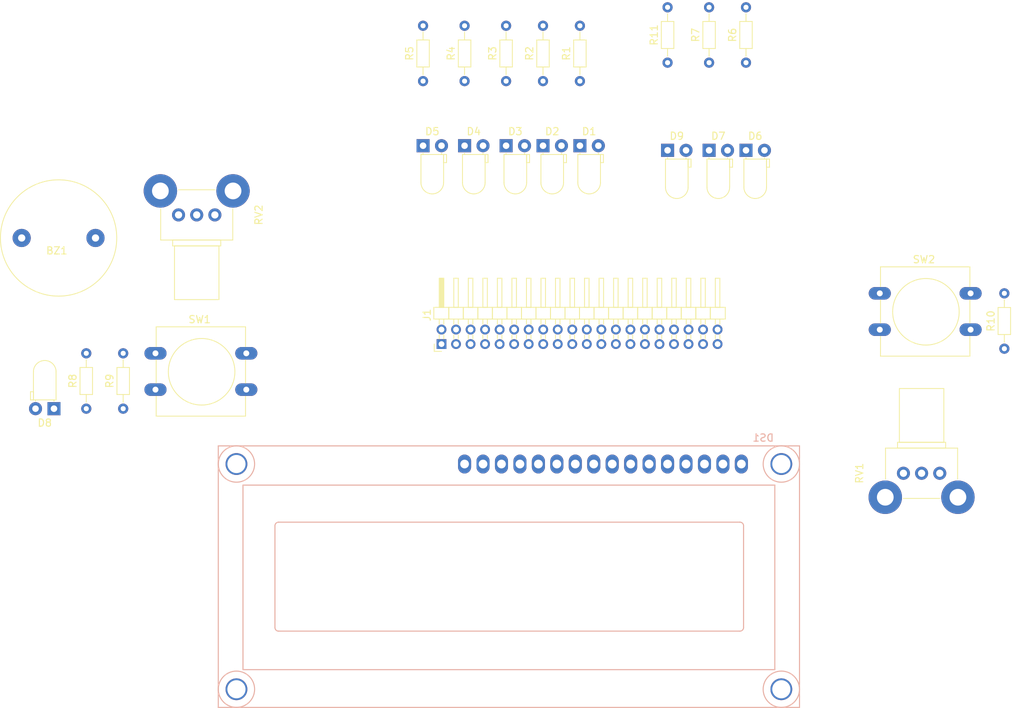
<source format=kicad_pcb>
(kicad_pcb (version 20170123) (host pcbnew no-vcs-found-37f8c83~58~ubuntu14.04.1)

  (general
    (thickness 1.6)
    (drawings 0)
    (tracks 0)
    (zones 0)
    (modules 27)
    (nets 60)
  )

  (page A4)
  (layers
    (0 F.Cu signal)
    (31 B.Cu signal)
    (32 B.Adhes user)
    (33 F.Adhes user)
    (34 B.Paste user)
    (35 F.Paste user)
    (36 B.SilkS user)
    (37 F.SilkS user)
    (38 B.Mask user)
    (39 F.Mask user)
    (40 Dwgs.User user)
    (41 Cmts.User user)
    (42 Eco1.User user)
    (43 Eco2.User user)
    (44 Edge.Cuts user)
    (45 Margin user)
    (46 B.CrtYd user)
    (47 F.CrtYd user)
    (48 B.Fab user)
    (49 F.Fab user)
  )

  (setup
    (last_trace_width 0.25)
    (trace_clearance 0.2)
    (zone_clearance 0.508)
    (zone_45_only no)
    (trace_min 0.2)
    (segment_width 0.2)
    (edge_width 0.1)
    (via_size 0.8)
    (via_drill 0.4)
    (via_min_size 0.4)
    (via_min_drill 0.3)
    (uvia_size 0.3)
    (uvia_drill 0.1)
    (uvias_allowed no)
    (uvia_min_size 0.2)
    (uvia_min_drill 0.1)
    (pcb_text_width 0.3)
    (pcb_text_size 1.5 1.5)
    (mod_edge_width 0.15)
    (mod_text_size 1 1)
    (mod_text_width 0.15)
    (pad_size 1.5 1.5)
    (pad_drill 0.6)
    (pad_to_mask_clearance 0)
    (aux_axis_origin 0 0)
    (visible_elements FFFFFF7F)
    (pcbplotparams
      (layerselection 0x00030_ffffffff)
      (usegerberextensions false)
      (excludeedgelayer true)
      (linewidth 0.100000)
      (plotframeref false)
      (viasonmask false)
      (mode 1)
      (useauxorigin false)
      (hpglpennumber 1)
      (hpglpenspeed 20)
      (hpglpendiameter 15)
      (psnegative false)
      (psa4output false)
      (plotreference true)
      (plotvalue true)
      (plotinvisibletext false)
      (padsonsilk false)
      (subtractmaskfromsilk false)
      (outputformat 1)
      (mirror false)
      (drillshape 1)
      (scaleselection 1)
      (outputdirectory ""))
  )

  (net 0 "")
  (net 1 "Net-(BZ1-Pad1)")
  (net 2 GND)
  (net 3 "Net-(D1-Pad1)")
  (net 4 /GPIO7)
  (net 5 /GPIO8)
  (net 6 "Net-(D2-Pad1)")
  (net 7 "Net-(D3-Pad1)")
  (net 8 /GPIO25)
  (net 9 /GPIO24)
  (net 10 "Net-(D4-Pad1)")
  (net 11 /GPIO23)
  (net 12 "Net-(D5-Pad1)")
  (net 13 "Net-(D6-Pad1)")
  (net 14 /GPIO20)
  (net 15 /GPIO16)
  (net 16 "Net-(D7-Pad1)")
  (net 17 "Net-(D8-Pad1)")
  (net 18 /GPIO14)
  (net 19 /GPIO12)
  (net 20 "Net-(D9-Pad1)")
  (net 21 "Net-(DS1-Pad16)")
  (net 22 /5v)
  (net 23 /GPIO3)
  (net 24 /GPIO4)
  (net 25 /GPIO17)
  (net 26 /GPIO27)
  (net 27 "Net-(DS1-Pad10)")
  (net 28 "Net-(DS1-Pad9)")
  (net 29 "Net-(DS1-Pad8)")
  (net 30 "Net-(DS1-Pad7)")
  (net 31 /GPIO10)
  (net 32 "Net-(DS1-Pad5)")
  (net 33 /GPIO11)
  (net 34 /CONT_DISP)
  (net 35 "Net-(J1-Pad40)")
  (net 36 "Net-(J1-Pad39)")
  (net 37 /GPIO26)
  (net 38 /GPIO19)
  (net 39 "Net-(J1-Pad34)")
  (net 40 "Net-(J1-Pad33)")
  (net 41 "Net-(J1-Pad31)")
  (net 42 "Net-(J1-Pad30)")
  (net 43 "Net-(J1-Pad29)")
  (net 44 "Net-(J1-Pad28)")
  (net 45 "Net-(J1-Pad27)")
  (net 46 "Net-(J1-Pad21)")
  (net 47 "Net-(J1-Pad20)")
  (net 48 "Net-(J1-Pad17)")
  (net 49 "Net-(J1-Pad15)")
  (net 50 "Net-(J1-Pad14)")
  (net 51 /GPIO18)
  (net 52 /GPIO15)
  (net 53 "Net-(J1-Pad9)")
  (net 54 "Net-(J1-Pad6)")
  (net 55 "Net-(J1-Pad4)")
  (net 56 /GPIO2)
  (net 57 "Net-(J1-Pad1)")
  (net 58 "Net-(SW1-Pad2)")
  (net 59 "Net-(SW2-Pad2)")

  (net_class Default "This is the default net class."
    (clearance 0.2)
    (trace_width 0.25)
    (via_dia 0.8)
    (via_drill 0.4)
    (uvia_dia 0.3)
    (uvia_drill 0.1)
    (add_net /5v)
    (add_net /CONT_DISP)
    (add_net /GPIO10)
    (add_net /GPIO11)
    (add_net /GPIO12)
    (add_net /GPIO14)
    (add_net /GPIO15)
    (add_net /GPIO16)
    (add_net /GPIO17)
    (add_net /GPIO18)
    (add_net /GPIO19)
    (add_net /GPIO2)
    (add_net /GPIO20)
    (add_net /GPIO23)
    (add_net /GPIO24)
    (add_net /GPIO25)
    (add_net /GPIO26)
    (add_net /GPIO27)
    (add_net /GPIO3)
    (add_net /GPIO4)
    (add_net /GPIO7)
    (add_net /GPIO8)
    (add_net GND)
    (add_net "Net-(BZ1-Pad1)")
    (add_net "Net-(D1-Pad1)")
    (add_net "Net-(D2-Pad1)")
    (add_net "Net-(D3-Pad1)")
    (add_net "Net-(D4-Pad1)")
    (add_net "Net-(D5-Pad1)")
    (add_net "Net-(D6-Pad1)")
    (add_net "Net-(D7-Pad1)")
    (add_net "Net-(D8-Pad1)")
    (add_net "Net-(D9-Pad1)")
    (add_net "Net-(DS1-Pad10)")
    (add_net "Net-(DS1-Pad16)")
    (add_net "Net-(DS1-Pad5)")
    (add_net "Net-(DS1-Pad7)")
    (add_net "Net-(DS1-Pad8)")
    (add_net "Net-(DS1-Pad9)")
    (add_net "Net-(J1-Pad1)")
    (add_net "Net-(J1-Pad14)")
    (add_net "Net-(J1-Pad15)")
    (add_net "Net-(J1-Pad17)")
    (add_net "Net-(J1-Pad20)")
    (add_net "Net-(J1-Pad21)")
    (add_net "Net-(J1-Pad27)")
    (add_net "Net-(J1-Pad28)")
    (add_net "Net-(J1-Pad29)")
    (add_net "Net-(J1-Pad30)")
    (add_net "Net-(J1-Pad31)")
    (add_net "Net-(J1-Pad33)")
    (add_net "Net-(J1-Pad34)")
    (add_net "Net-(J1-Pad39)")
    (add_net "Net-(J1-Pad4)")
    (add_net "Net-(J1-Pad40)")
    (add_net "Net-(J1-Pad6)")
    (add_net "Net-(J1-Pad9)")
    (add_net "Net-(SW1-Pad2)")
    (add_net "Net-(SW2-Pad2)")
  )

  (module Buzzers_Beepers:BUZZER (layer F.Cu) (tedit 0) (tstamp 595CE522)
    (at 89.535 91.44 180)
    (path /59569201)
    (fp_text reference BZ1 (at 0.24892 -1.75006 180) (layer F.SilkS)
      (effects (font (size 1 1) (thickness 0.15)))
    )
    (fp_text value Buzzer (at 0 1.50114 180) (layer F.Fab)
      (effects (font (size 1 1) (thickness 0.15)))
    )
    (fp_circle (center 0 0) (end 8.001 0.24892) (layer F.SilkS) (width 0.12))
    (pad 1 thru_hole circle (at -5.08 0 180) (size 2.49936 2.49936) (drill 1.00076) (layers *.Cu *.Mask)
      (net 1 "Net-(BZ1-Pad1)"))
    (pad 2 thru_hole circle (at 5.08 0 180) (size 2.49936 2.49936) (drill 1.00076) (layers *.Cu *.Mask)
      (net 2 GND))
  )

  (module LEDs:LED_D3.0mm_Horizontal_O1.27mm_Z2.0mm (layer F.Cu) (tedit 5880A862) (tstamp 595CE54C)
    (at 161.29 78.74)
    (descr "LED, diameter 3.0mm z-position of LED center 2.0mm, 2 pins")
    (tags "LED diameter 3.0mm z-position of LED center 2.0mm 2 pins")
    (path /5953B04D)
    (fp_text reference D1 (at 1.27 -1.96) (layer F.SilkS)
      (effects (font (size 1 1) (thickness 0.15)))
    )
    (fp_text value LED (at 1.27 7.63) (layer F.Fab)
      (effects (font (size 1 1) (thickness 0.15)))
    )
    (fp_arc (start 1.27 5.07) (end -0.23 5.07) (angle -180) (layer F.Fab) (width 0.1))
    (fp_arc (start 1.27 5.07) (end -0.29 5.07) (angle -180) (layer F.SilkS) (width 0.12))
    (fp_line (start -0.23 1.27) (end -0.23 5.07) (layer F.Fab) (width 0.1))
    (fp_line (start 2.77 1.27) (end 2.77 5.07) (layer F.Fab) (width 0.1))
    (fp_line (start -0.23 1.27) (end 2.77 1.27) (layer F.Fab) (width 0.1))
    (fp_line (start 3.17 1.27) (end 3.17 2.27) (layer F.Fab) (width 0.1))
    (fp_line (start 3.17 2.27) (end 2.77 2.27) (layer F.Fab) (width 0.1))
    (fp_line (start 2.77 2.27) (end 2.77 1.27) (layer F.Fab) (width 0.1))
    (fp_line (start 2.77 1.27) (end 3.17 1.27) (layer F.Fab) (width 0.1))
    (fp_line (start 0 0) (end 0 1.27) (layer F.Fab) (width 0.1))
    (fp_line (start 0 1.27) (end 0 1.27) (layer F.Fab) (width 0.1))
    (fp_line (start 0 1.27) (end 0 0) (layer F.Fab) (width 0.1))
    (fp_line (start 0 0) (end 0 0) (layer F.Fab) (width 0.1))
    (fp_line (start 2.54 0) (end 2.54 1.27) (layer F.Fab) (width 0.1))
    (fp_line (start 2.54 1.27) (end 2.54 1.27) (layer F.Fab) (width 0.1))
    (fp_line (start 2.54 1.27) (end 2.54 0) (layer F.Fab) (width 0.1))
    (fp_line (start 2.54 0) (end 2.54 0) (layer F.Fab) (width 0.1))
    (fp_line (start -0.29 1.21) (end -0.29 5.07) (layer F.SilkS) (width 0.12))
    (fp_line (start 2.83 1.21) (end 2.83 5.07) (layer F.SilkS) (width 0.12))
    (fp_line (start -0.29 1.21) (end 2.83 1.21) (layer F.SilkS) (width 0.12))
    (fp_line (start 3.23 1.21) (end 3.23 2.33) (layer F.SilkS) (width 0.12))
    (fp_line (start 3.23 2.33) (end 2.83 2.33) (layer F.SilkS) (width 0.12))
    (fp_line (start 2.83 2.33) (end 2.83 1.21) (layer F.SilkS) (width 0.12))
    (fp_line (start 2.83 1.21) (end 3.23 1.21) (layer F.SilkS) (width 0.12))
    (fp_line (start 0 1.08) (end 0 1.21) (layer F.SilkS) (width 0.12))
    (fp_line (start 0 1.21) (end 0 1.21) (layer F.SilkS) (width 0.12))
    (fp_line (start 0 1.21) (end 0 1.08) (layer F.SilkS) (width 0.12))
    (fp_line (start 0 1.08) (end 0 1.08) (layer F.SilkS) (width 0.12))
    (fp_line (start 2.54 1.08) (end 2.54 1.21) (layer F.SilkS) (width 0.12))
    (fp_line (start 2.54 1.21) (end 2.54 1.21) (layer F.SilkS) (width 0.12))
    (fp_line (start 2.54 1.21) (end 2.54 1.08) (layer F.SilkS) (width 0.12))
    (fp_line (start 2.54 1.08) (end 2.54 1.08) (layer F.SilkS) (width 0.12))
    (fp_line (start -1.25 -1.25) (end -1.25 6.9) (layer F.CrtYd) (width 0.05))
    (fp_line (start -1.25 6.9) (end 3.75 6.9) (layer F.CrtYd) (width 0.05))
    (fp_line (start 3.75 6.9) (end 3.75 -1.25) (layer F.CrtYd) (width 0.05))
    (fp_line (start 3.75 -1.25) (end -1.25 -1.25) (layer F.CrtYd) (width 0.05))
    (pad 1 thru_hole rect (at 0 0) (size 1.8 1.8) (drill 0.9) (layers *.Cu *.Mask)
      (net 3 "Net-(D1-Pad1)"))
    (pad 2 thru_hole circle (at 2.54 0) (size 1.8 1.8) (drill 0.9) (layers *.Cu *.Mask)
      (net 4 /GPIO7))
    (model LEDs.3dshapes/LED_D3.0mm_Horizontal_O1.27mm_Z2.0mm.wrl
      (at (xyz 0 0 0))
      (scale (xyz 0.393701 0.393701 0.393701))
      (rotate (xyz 0 0 0))
    )
  )

  (module LEDs:LED_D3.0mm_Horizontal_O1.27mm_Z2.0mm (layer F.Cu) (tedit 5880A862) (tstamp 595CE576)
    (at 156.21 78.74)
    (descr "LED, diameter 3.0mm z-position of LED center 2.0mm, 2 pins")
    (tags "LED diameter 3.0mm z-position of LED center 2.0mm 2 pins")
    (path /5953B0CA)
    (fp_text reference D2 (at 1.27 -1.96) (layer F.SilkS)
      (effects (font (size 1 1) (thickness 0.15)))
    )
    (fp_text value LED (at 1.27 7.63) (layer F.Fab)
      (effects (font (size 1 1) (thickness 0.15)))
    )
    (fp_line (start 3.75 -1.25) (end -1.25 -1.25) (layer F.CrtYd) (width 0.05))
    (fp_line (start 3.75 6.9) (end 3.75 -1.25) (layer F.CrtYd) (width 0.05))
    (fp_line (start -1.25 6.9) (end 3.75 6.9) (layer F.CrtYd) (width 0.05))
    (fp_line (start -1.25 -1.25) (end -1.25 6.9) (layer F.CrtYd) (width 0.05))
    (fp_line (start 2.54 1.08) (end 2.54 1.08) (layer F.SilkS) (width 0.12))
    (fp_line (start 2.54 1.21) (end 2.54 1.08) (layer F.SilkS) (width 0.12))
    (fp_line (start 2.54 1.21) (end 2.54 1.21) (layer F.SilkS) (width 0.12))
    (fp_line (start 2.54 1.08) (end 2.54 1.21) (layer F.SilkS) (width 0.12))
    (fp_line (start 0 1.08) (end 0 1.08) (layer F.SilkS) (width 0.12))
    (fp_line (start 0 1.21) (end 0 1.08) (layer F.SilkS) (width 0.12))
    (fp_line (start 0 1.21) (end 0 1.21) (layer F.SilkS) (width 0.12))
    (fp_line (start 0 1.08) (end 0 1.21) (layer F.SilkS) (width 0.12))
    (fp_line (start 2.83 1.21) (end 3.23 1.21) (layer F.SilkS) (width 0.12))
    (fp_line (start 2.83 2.33) (end 2.83 1.21) (layer F.SilkS) (width 0.12))
    (fp_line (start 3.23 2.33) (end 2.83 2.33) (layer F.SilkS) (width 0.12))
    (fp_line (start 3.23 1.21) (end 3.23 2.33) (layer F.SilkS) (width 0.12))
    (fp_line (start -0.29 1.21) (end 2.83 1.21) (layer F.SilkS) (width 0.12))
    (fp_line (start 2.83 1.21) (end 2.83 5.07) (layer F.SilkS) (width 0.12))
    (fp_line (start -0.29 1.21) (end -0.29 5.07) (layer F.SilkS) (width 0.12))
    (fp_line (start 2.54 0) (end 2.54 0) (layer F.Fab) (width 0.1))
    (fp_line (start 2.54 1.27) (end 2.54 0) (layer F.Fab) (width 0.1))
    (fp_line (start 2.54 1.27) (end 2.54 1.27) (layer F.Fab) (width 0.1))
    (fp_line (start 2.54 0) (end 2.54 1.27) (layer F.Fab) (width 0.1))
    (fp_line (start 0 0) (end 0 0) (layer F.Fab) (width 0.1))
    (fp_line (start 0 1.27) (end 0 0) (layer F.Fab) (width 0.1))
    (fp_line (start 0 1.27) (end 0 1.27) (layer F.Fab) (width 0.1))
    (fp_line (start 0 0) (end 0 1.27) (layer F.Fab) (width 0.1))
    (fp_line (start 2.77 1.27) (end 3.17 1.27) (layer F.Fab) (width 0.1))
    (fp_line (start 2.77 2.27) (end 2.77 1.27) (layer F.Fab) (width 0.1))
    (fp_line (start 3.17 2.27) (end 2.77 2.27) (layer F.Fab) (width 0.1))
    (fp_line (start 3.17 1.27) (end 3.17 2.27) (layer F.Fab) (width 0.1))
    (fp_line (start -0.23 1.27) (end 2.77 1.27) (layer F.Fab) (width 0.1))
    (fp_line (start 2.77 1.27) (end 2.77 5.07) (layer F.Fab) (width 0.1))
    (fp_line (start -0.23 1.27) (end -0.23 5.07) (layer F.Fab) (width 0.1))
    (fp_arc (start 1.27 5.07) (end -0.29 5.07) (angle -180) (layer F.SilkS) (width 0.12))
    (fp_arc (start 1.27 5.07) (end -0.23 5.07) (angle -180) (layer F.Fab) (width 0.1))
    (pad 2 thru_hole circle (at 2.54 0) (size 1.8 1.8) (drill 0.9) (layers *.Cu *.Mask)
      (net 5 /GPIO8))
    (pad 1 thru_hole rect (at 0 0) (size 1.8 1.8) (drill 0.9) (layers *.Cu *.Mask)
      (net 6 "Net-(D2-Pad1)"))
    (model LEDs.3dshapes/LED_D3.0mm_Horizontal_O1.27mm_Z2.0mm.wrl
      (at (xyz 0 0 0))
      (scale (xyz 0.393701 0.393701 0.393701))
      (rotate (xyz 0 0 0))
    )
  )

  (module LEDs:LED_D3.0mm_Horizontal_O1.27mm_Z2.0mm (layer F.Cu) (tedit 5880A862) (tstamp 595CE5A0)
    (at 151.13 78.74)
    (descr "LED, diameter 3.0mm z-position of LED center 2.0mm, 2 pins")
    (tags "LED diameter 3.0mm z-position of LED center 2.0mm 2 pins")
    (path /5953B149)
    (fp_text reference D3 (at 1.27 -1.96) (layer F.SilkS)
      (effects (font (size 1 1) (thickness 0.15)))
    )
    (fp_text value LED (at 1.27 7.63) (layer F.Fab)
      (effects (font (size 1 1) (thickness 0.15)))
    )
    (fp_arc (start 1.27 5.07) (end -0.23 5.07) (angle -180) (layer F.Fab) (width 0.1))
    (fp_arc (start 1.27 5.07) (end -0.29 5.07) (angle -180) (layer F.SilkS) (width 0.12))
    (fp_line (start -0.23 1.27) (end -0.23 5.07) (layer F.Fab) (width 0.1))
    (fp_line (start 2.77 1.27) (end 2.77 5.07) (layer F.Fab) (width 0.1))
    (fp_line (start -0.23 1.27) (end 2.77 1.27) (layer F.Fab) (width 0.1))
    (fp_line (start 3.17 1.27) (end 3.17 2.27) (layer F.Fab) (width 0.1))
    (fp_line (start 3.17 2.27) (end 2.77 2.27) (layer F.Fab) (width 0.1))
    (fp_line (start 2.77 2.27) (end 2.77 1.27) (layer F.Fab) (width 0.1))
    (fp_line (start 2.77 1.27) (end 3.17 1.27) (layer F.Fab) (width 0.1))
    (fp_line (start 0 0) (end 0 1.27) (layer F.Fab) (width 0.1))
    (fp_line (start 0 1.27) (end 0 1.27) (layer F.Fab) (width 0.1))
    (fp_line (start 0 1.27) (end 0 0) (layer F.Fab) (width 0.1))
    (fp_line (start 0 0) (end 0 0) (layer F.Fab) (width 0.1))
    (fp_line (start 2.54 0) (end 2.54 1.27) (layer F.Fab) (width 0.1))
    (fp_line (start 2.54 1.27) (end 2.54 1.27) (layer F.Fab) (width 0.1))
    (fp_line (start 2.54 1.27) (end 2.54 0) (layer F.Fab) (width 0.1))
    (fp_line (start 2.54 0) (end 2.54 0) (layer F.Fab) (width 0.1))
    (fp_line (start -0.29 1.21) (end -0.29 5.07) (layer F.SilkS) (width 0.12))
    (fp_line (start 2.83 1.21) (end 2.83 5.07) (layer F.SilkS) (width 0.12))
    (fp_line (start -0.29 1.21) (end 2.83 1.21) (layer F.SilkS) (width 0.12))
    (fp_line (start 3.23 1.21) (end 3.23 2.33) (layer F.SilkS) (width 0.12))
    (fp_line (start 3.23 2.33) (end 2.83 2.33) (layer F.SilkS) (width 0.12))
    (fp_line (start 2.83 2.33) (end 2.83 1.21) (layer F.SilkS) (width 0.12))
    (fp_line (start 2.83 1.21) (end 3.23 1.21) (layer F.SilkS) (width 0.12))
    (fp_line (start 0 1.08) (end 0 1.21) (layer F.SilkS) (width 0.12))
    (fp_line (start 0 1.21) (end 0 1.21) (layer F.SilkS) (width 0.12))
    (fp_line (start 0 1.21) (end 0 1.08) (layer F.SilkS) (width 0.12))
    (fp_line (start 0 1.08) (end 0 1.08) (layer F.SilkS) (width 0.12))
    (fp_line (start 2.54 1.08) (end 2.54 1.21) (layer F.SilkS) (width 0.12))
    (fp_line (start 2.54 1.21) (end 2.54 1.21) (layer F.SilkS) (width 0.12))
    (fp_line (start 2.54 1.21) (end 2.54 1.08) (layer F.SilkS) (width 0.12))
    (fp_line (start 2.54 1.08) (end 2.54 1.08) (layer F.SilkS) (width 0.12))
    (fp_line (start -1.25 -1.25) (end -1.25 6.9) (layer F.CrtYd) (width 0.05))
    (fp_line (start -1.25 6.9) (end 3.75 6.9) (layer F.CrtYd) (width 0.05))
    (fp_line (start 3.75 6.9) (end 3.75 -1.25) (layer F.CrtYd) (width 0.05))
    (fp_line (start 3.75 -1.25) (end -1.25 -1.25) (layer F.CrtYd) (width 0.05))
    (pad 1 thru_hole rect (at 0 0) (size 1.8 1.8) (drill 0.9) (layers *.Cu *.Mask)
      (net 7 "Net-(D3-Pad1)"))
    (pad 2 thru_hole circle (at 2.54 0) (size 1.8 1.8) (drill 0.9) (layers *.Cu *.Mask)
      (net 8 /GPIO25))
    (model LEDs.3dshapes/LED_D3.0mm_Horizontal_O1.27mm_Z2.0mm.wrl
      (at (xyz 0 0 0))
      (scale (xyz 0.393701 0.393701 0.393701))
      (rotate (xyz 0 0 0))
    )
  )

  (module LEDs:LED_D3.0mm_Horizontal_O1.27mm_Z2.0mm (layer F.Cu) (tedit 5880A862) (tstamp 595CE5CA)
    (at 145.415 78.74)
    (descr "LED, diameter 3.0mm z-position of LED center 2.0mm, 2 pins")
    (tags "LED diameter 3.0mm z-position of LED center 2.0mm 2 pins")
    (path /5953B286)
    (fp_text reference D4 (at 1.27 -1.96) (layer F.SilkS)
      (effects (font (size 1 1) (thickness 0.15)))
    )
    (fp_text value LED (at 1.27 7.63) (layer F.Fab)
      (effects (font (size 1 1) (thickness 0.15)))
    )
    (fp_line (start 3.75 -1.25) (end -1.25 -1.25) (layer F.CrtYd) (width 0.05))
    (fp_line (start 3.75 6.9) (end 3.75 -1.25) (layer F.CrtYd) (width 0.05))
    (fp_line (start -1.25 6.9) (end 3.75 6.9) (layer F.CrtYd) (width 0.05))
    (fp_line (start -1.25 -1.25) (end -1.25 6.9) (layer F.CrtYd) (width 0.05))
    (fp_line (start 2.54 1.08) (end 2.54 1.08) (layer F.SilkS) (width 0.12))
    (fp_line (start 2.54 1.21) (end 2.54 1.08) (layer F.SilkS) (width 0.12))
    (fp_line (start 2.54 1.21) (end 2.54 1.21) (layer F.SilkS) (width 0.12))
    (fp_line (start 2.54 1.08) (end 2.54 1.21) (layer F.SilkS) (width 0.12))
    (fp_line (start 0 1.08) (end 0 1.08) (layer F.SilkS) (width 0.12))
    (fp_line (start 0 1.21) (end 0 1.08) (layer F.SilkS) (width 0.12))
    (fp_line (start 0 1.21) (end 0 1.21) (layer F.SilkS) (width 0.12))
    (fp_line (start 0 1.08) (end 0 1.21) (layer F.SilkS) (width 0.12))
    (fp_line (start 2.83 1.21) (end 3.23 1.21) (layer F.SilkS) (width 0.12))
    (fp_line (start 2.83 2.33) (end 2.83 1.21) (layer F.SilkS) (width 0.12))
    (fp_line (start 3.23 2.33) (end 2.83 2.33) (layer F.SilkS) (width 0.12))
    (fp_line (start 3.23 1.21) (end 3.23 2.33) (layer F.SilkS) (width 0.12))
    (fp_line (start -0.29 1.21) (end 2.83 1.21) (layer F.SilkS) (width 0.12))
    (fp_line (start 2.83 1.21) (end 2.83 5.07) (layer F.SilkS) (width 0.12))
    (fp_line (start -0.29 1.21) (end -0.29 5.07) (layer F.SilkS) (width 0.12))
    (fp_line (start 2.54 0) (end 2.54 0) (layer F.Fab) (width 0.1))
    (fp_line (start 2.54 1.27) (end 2.54 0) (layer F.Fab) (width 0.1))
    (fp_line (start 2.54 1.27) (end 2.54 1.27) (layer F.Fab) (width 0.1))
    (fp_line (start 2.54 0) (end 2.54 1.27) (layer F.Fab) (width 0.1))
    (fp_line (start 0 0) (end 0 0) (layer F.Fab) (width 0.1))
    (fp_line (start 0 1.27) (end 0 0) (layer F.Fab) (width 0.1))
    (fp_line (start 0 1.27) (end 0 1.27) (layer F.Fab) (width 0.1))
    (fp_line (start 0 0) (end 0 1.27) (layer F.Fab) (width 0.1))
    (fp_line (start 2.77 1.27) (end 3.17 1.27) (layer F.Fab) (width 0.1))
    (fp_line (start 2.77 2.27) (end 2.77 1.27) (layer F.Fab) (width 0.1))
    (fp_line (start 3.17 2.27) (end 2.77 2.27) (layer F.Fab) (width 0.1))
    (fp_line (start 3.17 1.27) (end 3.17 2.27) (layer F.Fab) (width 0.1))
    (fp_line (start -0.23 1.27) (end 2.77 1.27) (layer F.Fab) (width 0.1))
    (fp_line (start 2.77 1.27) (end 2.77 5.07) (layer F.Fab) (width 0.1))
    (fp_line (start -0.23 1.27) (end -0.23 5.07) (layer F.Fab) (width 0.1))
    (fp_arc (start 1.27 5.07) (end -0.29 5.07) (angle -180) (layer F.SilkS) (width 0.12))
    (fp_arc (start 1.27 5.07) (end -0.23 5.07) (angle -180) (layer F.Fab) (width 0.1))
    (pad 2 thru_hole circle (at 2.54 0) (size 1.8 1.8) (drill 0.9) (layers *.Cu *.Mask)
      (net 9 /GPIO24))
    (pad 1 thru_hole rect (at 0 0) (size 1.8 1.8) (drill 0.9) (layers *.Cu *.Mask)
      (net 10 "Net-(D4-Pad1)"))
    (model LEDs.3dshapes/LED_D3.0mm_Horizontal_O1.27mm_Z2.0mm.wrl
      (at (xyz 0 0 0))
      (scale (xyz 0.393701 0.393701 0.393701))
      (rotate (xyz 0 0 0))
    )
  )

  (module LEDs:LED_D3.0mm_Horizontal_O1.27mm_Z2.0mm (layer F.Cu) (tedit 5880A862) (tstamp 595CE5F4)
    (at 139.7 78.74)
    (descr "LED, diameter 3.0mm z-position of LED center 2.0mm, 2 pins")
    (tags "LED diameter 3.0mm z-position of LED center 2.0mm 2 pins")
    (path /5953B2BF)
    (fp_text reference D5 (at 1.27 -1.96) (layer F.SilkS)
      (effects (font (size 1 1) (thickness 0.15)))
    )
    (fp_text value LED (at 1.27 7.63) (layer F.Fab)
      (effects (font (size 1 1) (thickness 0.15)))
    )
    (fp_line (start 3.75 -1.25) (end -1.25 -1.25) (layer F.CrtYd) (width 0.05))
    (fp_line (start 3.75 6.9) (end 3.75 -1.25) (layer F.CrtYd) (width 0.05))
    (fp_line (start -1.25 6.9) (end 3.75 6.9) (layer F.CrtYd) (width 0.05))
    (fp_line (start -1.25 -1.25) (end -1.25 6.9) (layer F.CrtYd) (width 0.05))
    (fp_line (start 2.54 1.08) (end 2.54 1.08) (layer F.SilkS) (width 0.12))
    (fp_line (start 2.54 1.21) (end 2.54 1.08) (layer F.SilkS) (width 0.12))
    (fp_line (start 2.54 1.21) (end 2.54 1.21) (layer F.SilkS) (width 0.12))
    (fp_line (start 2.54 1.08) (end 2.54 1.21) (layer F.SilkS) (width 0.12))
    (fp_line (start 0 1.08) (end 0 1.08) (layer F.SilkS) (width 0.12))
    (fp_line (start 0 1.21) (end 0 1.08) (layer F.SilkS) (width 0.12))
    (fp_line (start 0 1.21) (end 0 1.21) (layer F.SilkS) (width 0.12))
    (fp_line (start 0 1.08) (end 0 1.21) (layer F.SilkS) (width 0.12))
    (fp_line (start 2.83 1.21) (end 3.23 1.21) (layer F.SilkS) (width 0.12))
    (fp_line (start 2.83 2.33) (end 2.83 1.21) (layer F.SilkS) (width 0.12))
    (fp_line (start 3.23 2.33) (end 2.83 2.33) (layer F.SilkS) (width 0.12))
    (fp_line (start 3.23 1.21) (end 3.23 2.33) (layer F.SilkS) (width 0.12))
    (fp_line (start -0.29 1.21) (end 2.83 1.21) (layer F.SilkS) (width 0.12))
    (fp_line (start 2.83 1.21) (end 2.83 5.07) (layer F.SilkS) (width 0.12))
    (fp_line (start -0.29 1.21) (end -0.29 5.07) (layer F.SilkS) (width 0.12))
    (fp_line (start 2.54 0) (end 2.54 0) (layer F.Fab) (width 0.1))
    (fp_line (start 2.54 1.27) (end 2.54 0) (layer F.Fab) (width 0.1))
    (fp_line (start 2.54 1.27) (end 2.54 1.27) (layer F.Fab) (width 0.1))
    (fp_line (start 2.54 0) (end 2.54 1.27) (layer F.Fab) (width 0.1))
    (fp_line (start 0 0) (end 0 0) (layer F.Fab) (width 0.1))
    (fp_line (start 0 1.27) (end 0 0) (layer F.Fab) (width 0.1))
    (fp_line (start 0 1.27) (end 0 1.27) (layer F.Fab) (width 0.1))
    (fp_line (start 0 0) (end 0 1.27) (layer F.Fab) (width 0.1))
    (fp_line (start 2.77 1.27) (end 3.17 1.27) (layer F.Fab) (width 0.1))
    (fp_line (start 2.77 2.27) (end 2.77 1.27) (layer F.Fab) (width 0.1))
    (fp_line (start 3.17 2.27) (end 2.77 2.27) (layer F.Fab) (width 0.1))
    (fp_line (start 3.17 1.27) (end 3.17 2.27) (layer F.Fab) (width 0.1))
    (fp_line (start -0.23 1.27) (end 2.77 1.27) (layer F.Fab) (width 0.1))
    (fp_line (start 2.77 1.27) (end 2.77 5.07) (layer F.Fab) (width 0.1))
    (fp_line (start -0.23 1.27) (end -0.23 5.07) (layer F.Fab) (width 0.1))
    (fp_arc (start 1.27 5.07) (end -0.29 5.07) (angle -180) (layer F.SilkS) (width 0.12))
    (fp_arc (start 1.27 5.07) (end -0.23 5.07) (angle -180) (layer F.Fab) (width 0.1))
    (pad 2 thru_hole circle (at 2.54 0) (size 1.8 1.8) (drill 0.9) (layers *.Cu *.Mask)
      (net 11 /GPIO23))
    (pad 1 thru_hole rect (at 0 0) (size 1.8 1.8) (drill 0.9) (layers *.Cu *.Mask)
      (net 12 "Net-(D5-Pad1)"))
    (model LEDs.3dshapes/LED_D3.0mm_Horizontal_O1.27mm_Z2.0mm.wrl
      (at (xyz 0 0 0))
      (scale (xyz 0.393701 0.393701 0.393701))
      (rotate (xyz 0 0 0))
    )
  )

  (module LEDs:LED_D3.0mm_Horizontal_O1.27mm_Z2.0mm (layer F.Cu) (tedit 5880A862) (tstamp 595CE61E)
    (at 184.15 79.375)
    (descr "LED, diameter 3.0mm z-position of LED center 2.0mm, 2 pins")
    (tags "LED diameter 3.0mm z-position of LED center 2.0mm 2 pins")
    (path /5953B85E)
    (fp_text reference D6 (at 1.27 -1.96) (layer F.SilkS)
      (effects (font (size 1 1) (thickness 0.15)))
    )
    (fp_text value LED (at 1.27 7.63) (layer F.Fab)
      (effects (font (size 1 1) (thickness 0.15)))
    )
    (fp_arc (start 1.27 5.07) (end -0.23 5.07) (angle -180) (layer F.Fab) (width 0.1))
    (fp_arc (start 1.27 5.07) (end -0.29 5.07) (angle -180) (layer F.SilkS) (width 0.12))
    (fp_line (start -0.23 1.27) (end -0.23 5.07) (layer F.Fab) (width 0.1))
    (fp_line (start 2.77 1.27) (end 2.77 5.07) (layer F.Fab) (width 0.1))
    (fp_line (start -0.23 1.27) (end 2.77 1.27) (layer F.Fab) (width 0.1))
    (fp_line (start 3.17 1.27) (end 3.17 2.27) (layer F.Fab) (width 0.1))
    (fp_line (start 3.17 2.27) (end 2.77 2.27) (layer F.Fab) (width 0.1))
    (fp_line (start 2.77 2.27) (end 2.77 1.27) (layer F.Fab) (width 0.1))
    (fp_line (start 2.77 1.27) (end 3.17 1.27) (layer F.Fab) (width 0.1))
    (fp_line (start 0 0) (end 0 1.27) (layer F.Fab) (width 0.1))
    (fp_line (start 0 1.27) (end 0 1.27) (layer F.Fab) (width 0.1))
    (fp_line (start 0 1.27) (end 0 0) (layer F.Fab) (width 0.1))
    (fp_line (start 0 0) (end 0 0) (layer F.Fab) (width 0.1))
    (fp_line (start 2.54 0) (end 2.54 1.27) (layer F.Fab) (width 0.1))
    (fp_line (start 2.54 1.27) (end 2.54 1.27) (layer F.Fab) (width 0.1))
    (fp_line (start 2.54 1.27) (end 2.54 0) (layer F.Fab) (width 0.1))
    (fp_line (start 2.54 0) (end 2.54 0) (layer F.Fab) (width 0.1))
    (fp_line (start -0.29 1.21) (end -0.29 5.07) (layer F.SilkS) (width 0.12))
    (fp_line (start 2.83 1.21) (end 2.83 5.07) (layer F.SilkS) (width 0.12))
    (fp_line (start -0.29 1.21) (end 2.83 1.21) (layer F.SilkS) (width 0.12))
    (fp_line (start 3.23 1.21) (end 3.23 2.33) (layer F.SilkS) (width 0.12))
    (fp_line (start 3.23 2.33) (end 2.83 2.33) (layer F.SilkS) (width 0.12))
    (fp_line (start 2.83 2.33) (end 2.83 1.21) (layer F.SilkS) (width 0.12))
    (fp_line (start 2.83 1.21) (end 3.23 1.21) (layer F.SilkS) (width 0.12))
    (fp_line (start 0 1.08) (end 0 1.21) (layer F.SilkS) (width 0.12))
    (fp_line (start 0 1.21) (end 0 1.21) (layer F.SilkS) (width 0.12))
    (fp_line (start 0 1.21) (end 0 1.08) (layer F.SilkS) (width 0.12))
    (fp_line (start 0 1.08) (end 0 1.08) (layer F.SilkS) (width 0.12))
    (fp_line (start 2.54 1.08) (end 2.54 1.21) (layer F.SilkS) (width 0.12))
    (fp_line (start 2.54 1.21) (end 2.54 1.21) (layer F.SilkS) (width 0.12))
    (fp_line (start 2.54 1.21) (end 2.54 1.08) (layer F.SilkS) (width 0.12))
    (fp_line (start 2.54 1.08) (end 2.54 1.08) (layer F.SilkS) (width 0.12))
    (fp_line (start -1.25 -1.25) (end -1.25 6.9) (layer F.CrtYd) (width 0.05))
    (fp_line (start -1.25 6.9) (end 3.75 6.9) (layer F.CrtYd) (width 0.05))
    (fp_line (start 3.75 6.9) (end 3.75 -1.25) (layer F.CrtYd) (width 0.05))
    (fp_line (start 3.75 -1.25) (end -1.25 -1.25) (layer F.CrtYd) (width 0.05))
    (pad 1 thru_hole rect (at 0 0) (size 1.8 1.8) (drill 0.9) (layers *.Cu *.Mask)
      (net 13 "Net-(D6-Pad1)"))
    (pad 2 thru_hole circle (at 2.54 0) (size 1.8 1.8) (drill 0.9) (layers *.Cu *.Mask)
      (net 14 /GPIO20))
    (model LEDs.3dshapes/LED_D3.0mm_Horizontal_O1.27mm_Z2.0mm.wrl
      (at (xyz 0 0 0))
      (scale (xyz 0.393701 0.393701 0.393701))
      (rotate (xyz 0 0 0))
    )
  )

  (module LEDs:LED_D3.0mm_Horizontal_O1.27mm_Z2.0mm (layer F.Cu) (tedit 5880A862) (tstamp 595CE648)
    (at 179.07 79.375)
    (descr "LED, diameter 3.0mm z-position of LED center 2.0mm, 2 pins")
    (tags "LED diameter 3.0mm z-position of LED center 2.0mm 2 pins")
    (path /5953B8F5)
    (fp_text reference D7 (at 1.27 -1.96) (layer F.SilkS)
      (effects (font (size 1 1) (thickness 0.15)))
    )
    (fp_text value LED (at 1.27 7.63) (layer F.Fab)
      (effects (font (size 1 1) (thickness 0.15)))
    )
    (fp_line (start 3.75 -1.25) (end -1.25 -1.25) (layer F.CrtYd) (width 0.05))
    (fp_line (start 3.75 6.9) (end 3.75 -1.25) (layer F.CrtYd) (width 0.05))
    (fp_line (start -1.25 6.9) (end 3.75 6.9) (layer F.CrtYd) (width 0.05))
    (fp_line (start -1.25 -1.25) (end -1.25 6.9) (layer F.CrtYd) (width 0.05))
    (fp_line (start 2.54 1.08) (end 2.54 1.08) (layer F.SilkS) (width 0.12))
    (fp_line (start 2.54 1.21) (end 2.54 1.08) (layer F.SilkS) (width 0.12))
    (fp_line (start 2.54 1.21) (end 2.54 1.21) (layer F.SilkS) (width 0.12))
    (fp_line (start 2.54 1.08) (end 2.54 1.21) (layer F.SilkS) (width 0.12))
    (fp_line (start 0 1.08) (end 0 1.08) (layer F.SilkS) (width 0.12))
    (fp_line (start 0 1.21) (end 0 1.08) (layer F.SilkS) (width 0.12))
    (fp_line (start 0 1.21) (end 0 1.21) (layer F.SilkS) (width 0.12))
    (fp_line (start 0 1.08) (end 0 1.21) (layer F.SilkS) (width 0.12))
    (fp_line (start 2.83 1.21) (end 3.23 1.21) (layer F.SilkS) (width 0.12))
    (fp_line (start 2.83 2.33) (end 2.83 1.21) (layer F.SilkS) (width 0.12))
    (fp_line (start 3.23 2.33) (end 2.83 2.33) (layer F.SilkS) (width 0.12))
    (fp_line (start 3.23 1.21) (end 3.23 2.33) (layer F.SilkS) (width 0.12))
    (fp_line (start -0.29 1.21) (end 2.83 1.21) (layer F.SilkS) (width 0.12))
    (fp_line (start 2.83 1.21) (end 2.83 5.07) (layer F.SilkS) (width 0.12))
    (fp_line (start -0.29 1.21) (end -0.29 5.07) (layer F.SilkS) (width 0.12))
    (fp_line (start 2.54 0) (end 2.54 0) (layer F.Fab) (width 0.1))
    (fp_line (start 2.54 1.27) (end 2.54 0) (layer F.Fab) (width 0.1))
    (fp_line (start 2.54 1.27) (end 2.54 1.27) (layer F.Fab) (width 0.1))
    (fp_line (start 2.54 0) (end 2.54 1.27) (layer F.Fab) (width 0.1))
    (fp_line (start 0 0) (end 0 0) (layer F.Fab) (width 0.1))
    (fp_line (start 0 1.27) (end 0 0) (layer F.Fab) (width 0.1))
    (fp_line (start 0 1.27) (end 0 1.27) (layer F.Fab) (width 0.1))
    (fp_line (start 0 0) (end 0 1.27) (layer F.Fab) (width 0.1))
    (fp_line (start 2.77 1.27) (end 3.17 1.27) (layer F.Fab) (width 0.1))
    (fp_line (start 2.77 2.27) (end 2.77 1.27) (layer F.Fab) (width 0.1))
    (fp_line (start 3.17 2.27) (end 2.77 2.27) (layer F.Fab) (width 0.1))
    (fp_line (start 3.17 1.27) (end 3.17 2.27) (layer F.Fab) (width 0.1))
    (fp_line (start -0.23 1.27) (end 2.77 1.27) (layer F.Fab) (width 0.1))
    (fp_line (start 2.77 1.27) (end 2.77 5.07) (layer F.Fab) (width 0.1))
    (fp_line (start -0.23 1.27) (end -0.23 5.07) (layer F.Fab) (width 0.1))
    (fp_arc (start 1.27 5.07) (end -0.29 5.07) (angle -180) (layer F.SilkS) (width 0.12))
    (fp_arc (start 1.27 5.07) (end -0.23 5.07) (angle -180) (layer F.Fab) (width 0.1))
    (pad 2 thru_hole circle (at 2.54 0) (size 1.8 1.8) (drill 0.9) (layers *.Cu *.Mask)
      (net 15 /GPIO16))
    (pad 1 thru_hole rect (at 0 0) (size 1.8 1.8) (drill 0.9) (layers *.Cu *.Mask)
      (net 16 "Net-(D7-Pad1)"))
    (model LEDs.3dshapes/LED_D3.0mm_Horizontal_O1.27mm_Z2.0mm.wrl
      (at (xyz 0 0 0))
      (scale (xyz 0.393701 0.393701 0.393701))
      (rotate (xyz 0 0 0))
    )
  )

  (module LEDs:LED_D3.0mm_Horizontal_O1.27mm_Z2.0mm (layer F.Cu) (tedit 5880A862) (tstamp 595CE672)
    (at 88.9 114.935 180)
    (descr "LED, diameter 3.0mm z-position of LED center 2.0mm, 2 pins")
    (tags "LED diameter 3.0mm z-position of LED center 2.0mm 2 pins")
    (path /5953B956)
    (fp_text reference D8 (at 1.27 -1.96 180) (layer F.SilkS)
      (effects (font (size 1 1) (thickness 0.15)))
    )
    (fp_text value LED (at 1.27 7.63 180) (layer F.Fab)
      (effects (font (size 1 1) (thickness 0.15)))
    )
    (fp_arc (start 1.27 5.07) (end -0.23 5.07) (angle -180) (layer F.Fab) (width 0.1))
    (fp_arc (start 1.27 5.07) (end -0.29 5.07) (angle -180) (layer F.SilkS) (width 0.12))
    (fp_line (start -0.23 1.27) (end -0.23 5.07) (layer F.Fab) (width 0.1))
    (fp_line (start 2.77 1.27) (end 2.77 5.07) (layer F.Fab) (width 0.1))
    (fp_line (start -0.23 1.27) (end 2.77 1.27) (layer F.Fab) (width 0.1))
    (fp_line (start 3.17 1.27) (end 3.17 2.27) (layer F.Fab) (width 0.1))
    (fp_line (start 3.17 2.27) (end 2.77 2.27) (layer F.Fab) (width 0.1))
    (fp_line (start 2.77 2.27) (end 2.77 1.27) (layer F.Fab) (width 0.1))
    (fp_line (start 2.77 1.27) (end 3.17 1.27) (layer F.Fab) (width 0.1))
    (fp_line (start 0 0) (end 0 1.27) (layer F.Fab) (width 0.1))
    (fp_line (start 0 1.27) (end 0 1.27) (layer F.Fab) (width 0.1))
    (fp_line (start 0 1.27) (end 0 0) (layer F.Fab) (width 0.1))
    (fp_line (start 0 0) (end 0 0) (layer F.Fab) (width 0.1))
    (fp_line (start 2.54 0) (end 2.54 1.27) (layer F.Fab) (width 0.1))
    (fp_line (start 2.54 1.27) (end 2.54 1.27) (layer F.Fab) (width 0.1))
    (fp_line (start 2.54 1.27) (end 2.54 0) (layer F.Fab) (width 0.1))
    (fp_line (start 2.54 0) (end 2.54 0) (layer F.Fab) (width 0.1))
    (fp_line (start -0.29 1.21) (end -0.29 5.07) (layer F.SilkS) (width 0.12))
    (fp_line (start 2.83 1.21) (end 2.83 5.07) (layer F.SilkS) (width 0.12))
    (fp_line (start -0.29 1.21) (end 2.83 1.21) (layer F.SilkS) (width 0.12))
    (fp_line (start 3.23 1.21) (end 3.23 2.33) (layer F.SilkS) (width 0.12))
    (fp_line (start 3.23 2.33) (end 2.83 2.33) (layer F.SilkS) (width 0.12))
    (fp_line (start 2.83 2.33) (end 2.83 1.21) (layer F.SilkS) (width 0.12))
    (fp_line (start 2.83 1.21) (end 3.23 1.21) (layer F.SilkS) (width 0.12))
    (fp_line (start 0 1.08) (end 0 1.21) (layer F.SilkS) (width 0.12))
    (fp_line (start 0 1.21) (end 0 1.21) (layer F.SilkS) (width 0.12))
    (fp_line (start 0 1.21) (end 0 1.08) (layer F.SilkS) (width 0.12))
    (fp_line (start 0 1.08) (end 0 1.08) (layer F.SilkS) (width 0.12))
    (fp_line (start 2.54 1.08) (end 2.54 1.21) (layer F.SilkS) (width 0.12))
    (fp_line (start 2.54 1.21) (end 2.54 1.21) (layer F.SilkS) (width 0.12))
    (fp_line (start 2.54 1.21) (end 2.54 1.08) (layer F.SilkS) (width 0.12))
    (fp_line (start 2.54 1.08) (end 2.54 1.08) (layer F.SilkS) (width 0.12))
    (fp_line (start -1.25 -1.25) (end -1.25 6.9) (layer F.CrtYd) (width 0.05))
    (fp_line (start -1.25 6.9) (end 3.75 6.9) (layer F.CrtYd) (width 0.05))
    (fp_line (start 3.75 6.9) (end 3.75 -1.25) (layer F.CrtYd) (width 0.05))
    (fp_line (start 3.75 -1.25) (end -1.25 -1.25) (layer F.CrtYd) (width 0.05))
    (pad 1 thru_hole rect (at 0 0 180) (size 1.8 1.8) (drill 0.9) (layers *.Cu *.Mask)
      (net 17 "Net-(D8-Pad1)"))
    (pad 2 thru_hole circle (at 2.54 0 180) (size 1.8 1.8) (drill 0.9) (layers *.Cu *.Mask)
      (net 18 /GPIO14))
    (model LEDs.3dshapes/LED_D3.0mm_Horizontal_O1.27mm_Z2.0mm.wrl
      (at (xyz 0 0 0))
      (scale (xyz 0.393701 0.393701 0.393701))
      (rotate (xyz 0 0 0))
    )
  )

  (module LEDs:LED_D3.0mm_Horizontal_O1.27mm_Z2.0mm (layer F.Cu) (tedit 5880A862) (tstamp 595CE69C)
    (at 173.355 79.375)
    (descr "LED, diameter 3.0mm z-position of LED center 2.0mm, 2 pins")
    (tags "LED diameter 3.0mm z-position of LED center 2.0mm 2 pins")
    (path /5957E748)
    (fp_text reference D9 (at 1.27 -1.96) (layer F.SilkS)
      (effects (font (size 1 1) (thickness 0.15)))
    )
    (fp_text value LED (at 1.27 7.63) (layer F.Fab)
      (effects (font (size 1 1) (thickness 0.15)))
    )
    (fp_line (start 3.75 -1.25) (end -1.25 -1.25) (layer F.CrtYd) (width 0.05))
    (fp_line (start 3.75 6.9) (end 3.75 -1.25) (layer F.CrtYd) (width 0.05))
    (fp_line (start -1.25 6.9) (end 3.75 6.9) (layer F.CrtYd) (width 0.05))
    (fp_line (start -1.25 -1.25) (end -1.25 6.9) (layer F.CrtYd) (width 0.05))
    (fp_line (start 2.54 1.08) (end 2.54 1.08) (layer F.SilkS) (width 0.12))
    (fp_line (start 2.54 1.21) (end 2.54 1.08) (layer F.SilkS) (width 0.12))
    (fp_line (start 2.54 1.21) (end 2.54 1.21) (layer F.SilkS) (width 0.12))
    (fp_line (start 2.54 1.08) (end 2.54 1.21) (layer F.SilkS) (width 0.12))
    (fp_line (start 0 1.08) (end 0 1.08) (layer F.SilkS) (width 0.12))
    (fp_line (start 0 1.21) (end 0 1.08) (layer F.SilkS) (width 0.12))
    (fp_line (start 0 1.21) (end 0 1.21) (layer F.SilkS) (width 0.12))
    (fp_line (start 0 1.08) (end 0 1.21) (layer F.SilkS) (width 0.12))
    (fp_line (start 2.83 1.21) (end 3.23 1.21) (layer F.SilkS) (width 0.12))
    (fp_line (start 2.83 2.33) (end 2.83 1.21) (layer F.SilkS) (width 0.12))
    (fp_line (start 3.23 2.33) (end 2.83 2.33) (layer F.SilkS) (width 0.12))
    (fp_line (start 3.23 1.21) (end 3.23 2.33) (layer F.SilkS) (width 0.12))
    (fp_line (start -0.29 1.21) (end 2.83 1.21) (layer F.SilkS) (width 0.12))
    (fp_line (start 2.83 1.21) (end 2.83 5.07) (layer F.SilkS) (width 0.12))
    (fp_line (start -0.29 1.21) (end -0.29 5.07) (layer F.SilkS) (width 0.12))
    (fp_line (start 2.54 0) (end 2.54 0) (layer F.Fab) (width 0.1))
    (fp_line (start 2.54 1.27) (end 2.54 0) (layer F.Fab) (width 0.1))
    (fp_line (start 2.54 1.27) (end 2.54 1.27) (layer F.Fab) (width 0.1))
    (fp_line (start 2.54 0) (end 2.54 1.27) (layer F.Fab) (width 0.1))
    (fp_line (start 0 0) (end 0 0) (layer F.Fab) (width 0.1))
    (fp_line (start 0 1.27) (end 0 0) (layer F.Fab) (width 0.1))
    (fp_line (start 0 1.27) (end 0 1.27) (layer F.Fab) (width 0.1))
    (fp_line (start 0 0) (end 0 1.27) (layer F.Fab) (width 0.1))
    (fp_line (start 2.77 1.27) (end 3.17 1.27) (layer F.Fab) (width 0.1))
    (fp_line (start 2.77 2.27) (end 2.77 1.27) (layer F.Fab) (width 0.1))
    (fp_line (start 3.17 2.27) (end 2.77 2.27) (layer F.Fab) (width 0.1))
    (fp_line (start 3.17 1.27) (end 3.17 2.27) (layer F.Fab) (width 0.1))
    (fp_line (start -0.23 1.27) (end 2.77 1.27) (layer F.Fab) (width 0.1))
    (fp_line (start 2.77 1.27) (end 2.77 5.07) (layer F.Fab) (width 0.1))
    (fp_line (start -0.23 1.27) (end -0.23 5.07) (layer F.Fab) (width 0.1))
    (fp_arc (start 1.27 5.07) (end -0.29 5.07) (angle -180) (layer F.SilkS) (width 0.12))
    (fp_arc (start 1.27 5.07) (end -0.23 5.07) (angle -180) (layer F.Fab) (width 0.1))
    (pad 2 thru_hole circle (at 2.54 0) (size 1.8 1.8) (drill 0.9) (layers *.Cu *.Mask)
      (net 19 /GPIO12))
    (pad 1 thru_hole rect (at 0 0) (size 1.8 1.8) (drill 0.9) (layers *.Cu *.Mask)
      (net 20 "Net-(D9-Pad1)"))
    (model LEDs.3dshapes/LED_D3.0mm_Horizontal_O1.27mm_Z2.0mm.wrl
      (at (xyz 0 0 0))
      (scale (xyz 0.393701 0.393701 0.393701))
      (rotate (xyz 0 0 0))
    )
  )

  (module Displays:WC1602A (layer B.Cu) (tedit 0) (tstamp 595CE6C8)
    (at 183.515 122.555 180)
    (descr http://www.kamami.pl/dl/wc1602a0.pdf)
    (tags "LCD 16x2 Alphanumeric 16pin")
    (path /5953A57A)
    (fp_text reference DS1 (at -2.99974 3.59918 180) (layer B.SilkS)
      (effects (font (size 1 1) (thickness 0.15)) (justify mirror))
    )
    (fp_text value LCD16X2 (at 31.99892 -15.49908 180) (layer B.Fab)
      (effects (font (size 1 1) (thickness 0.15)) (justify mirror))
    )
    (fp_line (start -8.001 -33.50006) (end -8.001 2.49936) (layer B.SilkS) (width 0.15))
    (fp_line (start 71.99884 -33.50006) (end -8.001 -33.50006) (layer B.SilkS) (width 0.15))
    (fp_line (start 71.99884 2.49936) (end 71.99884 -33.50006) (layer B.SilkS) (width 0.15))
    (fp_line (start -8.001 2.49936) (end 71.99884 2.49936) (layer B.SilkS) (width 0.15))
    (fp_circle (center -5.4991 0) (end -2.99974 0) (layer B.SilkS) (width 0.15))
    (fp_circle (center -5.4991 -31.0007) (end -8.001 -31.0007) (layer B.SilkS) (width 0.15))
    (fp_circle (center 69.49948 -31.0007) (end 71.99884 -31.0007) (layer B.SilkS) (width 0.15))
    (fp_circle (center 69.49948 0) (end 71.99884 0) (layer B.SilkS) (width 0.15))
    (fp_line (start -4.59994 -28.30068) (end -4.59994 -2.90068) (layer B.SilkS) (width 0.15))
    (fp_line (start 68.60032 -28.30068) (end -4.59994 -28.30068) (layer B.SilkS) (width 0.15))
    (fp_line (start 68.60032 -2.90068) (end 68.60032 -28.30068) (layer B.SilkS) (width 0.15))
    (fp_line (start -4.59994 -2.90068) (end 68.60032 -2.90068) (layer B.SilkS) (width 0.15))
    (fp_arc (start 0.20066 -8.49884) (end -0.29972 -8.49884) (angle -90) (layer B.SilkS) (width 0.15))
    (fp_arc (start 0.20066 -22.49932) (end 0.20066 -22.9997) (angle -90) (layer B.SilkS) (width 0.15))
    (fp_arc (start 63.70066 -22.49932) (end 64.20104 -22.49932) (angle -90) (layer B.SilkS) (width 0.15))
    (fp_arc (start 63.70066 -8.49884) (end 63.70066 -8.001) (angle -90) (layer B.SilkS) (width 0.15))
    (fp_line (start 64.20104 -8.49884) (end 64.20104 -22.49932) (layer B.SilkS) (width 0.15))
    (fp_line (start 63.70066 -22.9997) (end 0.20066 -22.9997) (layer B.SilkS) (width 0.15))
    (fp_line (start -0.29972 -22.49932) (end -0.29972 -8.49884) (layer B.SilkS) (width 0.15))
    (fp_line (start 0.20066 -8.001) (end 63.70066 -8.001) (layer B.SilkS) (width 0.15))
    (pad 0 thru_hole circle (at 69.49948 0 180) (size 3 3) (drill 2.5) (layers *.Cu *.Mask))
    (pad 0 thru_hole circle (at 69.49948 -31.0007 180) (size 3 3) (drill 2.5) (layers *.Cu *.Mask))
    (pad 0 thru_hole circle (at -5.4991 -31.0007 180) (size 3 3) (drill 2.5) (layers *.Cu *.Mask))
    (pad 0 thru_hole circle (at -5.4991 0 180) (size 3 3) (drill 2.5) (layers *.Cu *.Mask))
    (pad 16 thru_hole oval (at 38.1 0 180) (size 1.8 2.6) (drill 1.2) (layers *.Cu *.Mask)
      (net 21 "Net-(DS1-Pad16)"))
    (pad 15 thru_hole oval (at 35.56 0 180) (size 1.8 2.6) (drill 1.2) (layers *.Cu *.Mask)
      (net 22 /5v))
    (pad 14 thru_hole oval (at 33.02 0 180) (size 1.8 2.6) (drill 1.2) (layers *.Cu *.Mask)
      (net 23 /GPIO3))
    (pad 13 thru_hole oval (at 30.48 0 180) (size 1.8 2.6) (drill 1.2) (layers *.Cu *.Mask)
      (net 24 /GPIO4))
    (pad 12 thru_hole oval (at 27.94 0 180) (size 1.8 2.6) (drill 1.2) (layers *.Cu *.Mask)
      (net 25 /GPIO17))
    (pad 11 thru_hole oval (at 25.4 0 180) (size 1.8 2.6) (drill 1.2) (layers *.Cu *.Mask)
      (net 26 /GPIO27))
    (pad 10 thru_hole oval (at 22.86 0 180) (size 1.8 2.6) (drill 1.2) (layers *.Cu *.Mask)
      (net 27 "Net-(DS1-Pad10)"))
    (pad 9 thru_hole oval (at 20.32 0 180) (size 1.8 2.6) (drill 1.2) (layers *.Cu *.Mask)
      (net 28 "Net-(DS1-Pad9)"))
    (pad 8 thru_hole oval (at 17.78 0 180) (size 1.8 2.6) (drill 1.2) (layers *.Cu *.Mask)
      (net 29 "Net-(DS1-Pad8)"))
    (pad 7 thru_hole oval (at 15.24 0 180) (size 1.8 2.6) (drill 1.2) (layers *.Cu *.Mask)
      (net 30 "Net-(DS1-Pad7)"))
    (pad 6 thru_hole oval (at 12.7 0 180) (size 1.8 2.6) (drill 1.2) (layers *.Cu *.Mask)
      (net 31 /GPIO10))
    (pad 5 thru_hole oval (at 10.16 0 180) (size 1.8 2.6) (drill 1.2) (layers *.Cu *.Mask)
      (net 32 "Net-(DS1-Pad5)"))
    (pad 4 thru_hole oval (at 7.62 0 180) (size 1.8 2.6) (drill 1.2) (layers *.Cu *.Mask)
      (net 33 /GPIO11))
    (pad 3 thru_hole oval (at 5.08 0 180) (size 1.8 2.6) (drill 1.2) (layers *.Cu *.Mask)
      (net 34 /CONT_DISP))
    (pad 2 thru_hole oval (at 2.54 0 180) (size 1.8 2.6) (drill 1.2) (layers *.Cu *.Mask)
      (net 22 /5v))
    (pad 1 thru_hole oval (at 0 0 180) (size 1.8 2.6) (drill 1.2) (layers *.Cu *.Mask)
      (net 2 GND))
  )

  (module Pin_Headers:Pin_Header_Angled_2x20_Pitch2.00mm (layer F.Cu) (tedit 58CD4ECE) (tstamp 595CE890)
    (at 142.24 106.045 90)
    (descr "Through hole angled pin header, 2x20, 2.00mm pitch, 4mm pin length, double rows")
    (tags "Through hole angled pin header THT 2x20 2.00mm double row")
    (path /4F83263C)
    (fp_text reference J1 (at 4 -2 90) (layer F.SilkS)
      (effects (font (size 1 1) (thickness 0.15)))
    )
    (fp_text value CONN_02X20 (at 4 40 90) (layer F.Fab)
      (effects (font (size 1 1) (thickness 0.15)))
    )
    (fp_text user %R (at 4 -2 90) (layer F.Fab)
      (effects (font (size 1 1) (thickness 0.15)))
    )
    (fp_line (start 9.5 -1.5) (end -1.5 -1.5) (layer F.CrtYd) (width 0.05))
    (fp_line (start 9.5 39.5) (end 9.5 -1.5) (layer F.CrtYd) (width 0.05))
    (fp_line (start -1.5 39.5) (end 9.5 39.5) (layer F.CrtYd) (width 0.05))
    (fp_line (start -1.5 -1.5) (end -1.5 39.5) (layer F.CrtYd) (width 0.05))
    (fp_line (start -1 -1) (end 0 -1) (layer F.SilkS) (width 0.12))
    (fp_line (start -1 0) (end -1 -1) (layer F.SilkS) (width 0.12))
    (fp_line (start 0.735 38.31) (end 1.265 38.31) (layer F.SilkS) (width 0.12))
    (fp_line (start 0.735 37.69) (end 1.265 37.69) (layer F.SilkS) (width 0.12))
    (fp_line (start 2.735 38.31) (end 3.44 38.31) (layer F.SilkS) (width 0.12))
    (fp_line (start 2.735 37.69) (end 3.44 37.69) (layer F.SilkS) (width 0.12))
    (fp_line (start 9.06 37.69) (end 5.06 37.69) (layer F.SilkS) (width 0.12))
    (fp_line (start 9.06 38.31) (end 9.06 37.69) (layer F.SilkS) (width 0.12))
    (fp_line (start 5.06 38.31) (end 9.06 38.31) (layer F.SilkS) (width 0.12))
    (fp_line (start 5.06 37.69) (end 5.06 38.31) (layer F.SilkS) (width 0.12))
    (fp_line (start 5.06 37) (end 3.44 37) (layer F.SilkS) (width 0.12))
    (fp_line (start 5.06 39.06) (end 5.06 37) (layer F.SilkS) (width 0.12))
    (fp_line (start 3.44 39.06) (end 5.06 39.06) (layer F.SilkS) (width 0.12))
    (fp_line (start 3.44 37) (end 3.44 39.06) (layer F.SilkS) (width 0.12))
    (fp_line (start 0.735 36.31) (end 1.265 36.31) (layer F.SilkS) (width 0.12))
    (fp_line (start 0.735 35.69) (end 1.265 35.69) (layer F.SilkS) (width 0.12))
    (fp_line (start 2.735 36.31) (end 3.44 36.31) (layer F.SilkS) (width 0.12))
    (fp_line (start 2.735 35.69) (end 3.44 35.69) (layer F.SilkS) (width 0.12))
    (fp_line (start 9.06 35.69) (end 5.06 35.69) (layer F.SilkS) (width 0.12))
    (fp_line (start 9.06 36.31) (end 9.06 35.69) (layer F.SilkS) (width 0.12))
    (fp_line (start 5.06 36.31) (end 9.06 36.31) (layer F.SilkS) (width 0.12))
    (fp_line (start 5.06 35.69) (end 5.06 36.31) (layer F.SilkS) (width 0.12))
    (fp_line (start 5.06 35) (end 3.44 35) (layer F.SilkS) (width 0.12))
    (fp_line (start 5.06 37) (end 5.06 35) (layer F.SilkS) (width 0.12))
    (fp_line (start 3.44 37) (end 5.06 37) (layer F.SilkS) (width 0.12))
    (fp_line (start 3.44 35) (end 3.44 37) (layer F.SilkS) (width 0.12))
    (fp_line (start 0.735 34.31) (end 1.265 34.31) (layer F.SilkS) (width 0.12))
    (fp_line (start 0.735 33.69) (end 1.265 33.69) (layer F.SilkS) (width 0.12))
    (fp_line (start 2.735 34.31) (end 3.44 34.31) (layer F.SilkS) (width 0.12))
    (fp_line (start 2.735 33.69) (end 3.44 33.69) (layer F.SilkS) (width 0.12))
    (fp_line (start 9.06 33.69) (end 5.06 33.69) (layer F.SilkS) (width 0.12))
    (fp_line (start 9.06 34.31) (end 9.06 33.69) (layer F.SilkS) (width 0.12))
    (fp_line (start 5.06 34.31) (end 9.06 34.31) (layer F.SilkS) (width 0.12))
    (fp_line (start 5.06 33.69) (end 5.06 34.31) (layer F.SilkS) (width 0.12))
    (fp_line (start 5.06 33) (end 3.44 33) (layer F.SilkS) (width 0.12))
    (fp_line (start 5.06 35) (end 5.06 33) (layer F.SilkS) (width 0.12))
    (fp_line (start 3.44 35) (end 5.06 35) (layer F.SilkS) (width 0.12))
    (fp_line (start 3.44 33) (end 3.44 35) (layer F.SilkS) (width 0.12))
    (fp_line (start 0.735 32.31) (end 1.265 32.31) (layer F.SilkS) (width 0.12))
    (fp_line (start 0.735 31.69) (end 1.265 31.69) (layer F.SilkS) (width 0.12))
    (fp_line (start 2.735 32.31) (end 3.44 32.31) (layer F.SilkS) (width 0.12))
    (fp_line (start 2.735 31.69) (end 3.44 31.69) (layer F.SilkS) (width 0.12))
    (fp_line (start 9.06 31.69) (end 5.06 31.69) (layer F.SilkS) (width 0.12))
    (fp_line (start 9.06 32.31) (end 9.06 31.69) (layer F.SilkS) (width 0.12))
    (fp_line (start 5.06 32.31) (end 9.06 32.31) (layer F.SilkS) (width 0.12))
    (fp_line (start 5.06 31.69) (end 5.06 32.31) (layer F.SilkS) (width 0.12))
    (fp_line (start 5.06 31) (end 3.44 31) (layer F.SilkS) (width 0.12))
    (fp_line (start 5.06 33) (end 5.06 31) (layer F.SilkS) (width 0.12))
    (fp_line (start 3.44 33) (end 5.06 33) (layer F.SilkS) (width 0.12))
    (fp_line (start 3.44 31) (end 3.44 33) (layer F.SilkS) (width 0.12))
    (fp_line (start 0.735 30.31) (end 1.265 30.31) (layer F.SilkS) (width 0.12))
    (fp_line (start 0.735 29.69) (end 1.265 29.69) (layer F.SilkS) (width 0.12))
    (fp_line (start 2.735 30.31) (end 3.44 30.31) (layer F.SilkS) (width 0.12))
    (fp_line (start 2.735 29.69) (end 3.44 29.69) (layer F.SilkS) (width 0.12))
    (fp_line (start 9.06 29.69) (end 5.06 29.69) (layer F.SilkS) (width 0.12))
    (fp_line (start 9.06 30.31) (end 9.06 29.69) (layer F.SilkS) (width 0.12))
    (fp_line (start 5.06 30.31) (end 9.06 30.31) (layer F.SilkS) (width 0.12))
    (fp_line (start 5.06 29.69) (end 5.06 30.31) (layer F.SilkS) (width 0.12))
    (fp_line (start 5.06 29) (end 3.44 29) (layer F.SilkS) (width 0.12))
    (fp_line (start 5.06 31) (end 5.06 29) (layer F.SilkS) (width 0.12))
    (fp_line (start 3.44 31) (end 5.06 31) (layer F.SilkS) (width 0.12))
    (fp_line (start 3.44 29) (end 3.44 31) (layer F.SilkS) (width 0.12))
    (fp_line (start 0.735 28.31) (end 1.265 28.31) (layer F.SilkS) (width 0.12))
    (fp_line (start 0.735 27.69) (end 1.265 27.69) (layer F.SilkS) (width 0.12))
    (fp_line (start 2.735 28.31) (end 3.44 28.31) (layer F.SilkS) (width 0.12))
    (fp_line (start 2.735 27.69) (end 3.44 27.69) (layer F.SilkS) (width 0.12))
    (fp_line (start 9.06 27.69) (end 5.06 27.69) (layer F.SilkS) (width 0.12))
    (fp_line (start 9.06 28.31) (end 9.06 27.69) (layer F.SilkS) (width 0.12))
    (fp_line (start 5.06 28.31) (end 9.06 28.31) (layer F.SilkS) (width 0.12))
    (fp_line (start 5.06 27.69) (end 5.06 28.31) (layer F.SilkS) (width 0.12))
    (fp_line (start 5.06 27) (end 3.44 27) (layer F.SilkS) (width 0.12))
    (fp_line (start 5.06 29) (end 5.06 27) (layer F.SilkS) (width 0.12))
    (fp_line (start 3.44 29) (end 5.06 29) (layer F.SilkS) (width 0.12))
    (fp_line (start 3.44 27) (end 3.44 29) (layer F.SilkS) (width 0.12))
    (fp_line (start 0.735 26.31) (end 1.265 26.31) (layer F.SilkS) (width 0.12))
    (fp_line (start 0.735 25.69) (end 1.265 25.69) (layer F.SilkS) (width 0.12))
    (fp_line (start 2.735 26.31) (end 3.44 26.31) (layer F.SilkS) (width 0.12))
    (fp_line (start 2.735 25.69) (end 3.44 25.69) (layer F.SilkS) (width 0.12))
    (fp_line (start 9.06 25.69) (end 5.06 25.69) (layer F.SilkS) (width 0.12))
    (fp_line (start 9.06 26.31) (end 9.06 25.69) (layer F.SilkS) (width 0.12))
    (fp_line (start 5.06 26.31) (end 9.06 26.31) (layer F.SilkS) (width 0.12))
    (fp_line (start 5.06 25.69) (end 5.06 26.31) (layer F.SilkS) (width 0.12))
    (fp_line (start 5.06 25) (end 3.44 25) (layer F.SilkS) (width 0.12))
    (fp_line (start 5.06 27) (end 5.06 25) (layer F.SilkS) (width 0.12))
    (fp_line (start 3.44 27) (end 5.06 27) (layer F.SilkS) (width 0.12))
    (fp_line (start 3.44 25) (end 3.44 27) (layer F.SilkS) (width 0.12))
    (fp_line (start 0.735 24.31) (end 1.265 24.31) (layer F.SilkS) (width 0.12))
    (fp_line (start 0.735 23.69) (end 1.265 23.69) (layer F.SilkS) (width 0.12))
    (fp_line (start 2.735 24.31) (end 3.44 24.31) (layer F.SilkS) (width 0.12))
    (fp_line (start 2.735 23.69) (end 3.44 23.69) (layer F.SilkS) (width 0.12))
    (fp_line (start 9.06 23.69) (end 5.06 23.69) (layer F.SilkS) (width 0.12))
    (fp_line (start 9.06 24.31) (end 9.06 23.69) (layer F.SilkS) (width 0.12))
    (fp_line (start 5.06 24.31) (end 9.06 24.31) (layer F.SilkS) (width 0.12))
    (fp_line (start 5.06 23.69) (end 5.06 24.31) (layer F.SilkS) (width 0.12))
    (fp_line (start 5.06 23) (end 3.44 23) (layer F.SilkS) (width 0.12))
    (fp_line (start 5.06 25) (end 5.06 23) (layer F.SilkS) (width 0.12))
    (fp_line (start 3.44 25) (end 5.06 25) (layer F.SilkS) (width 0.12))
    (fp_line (start 3.44 23) (end 3.44 25) (layer F.SilkS) (width 0.12))
    (fp_line (start 0.735 22.31) (end 1.265 22.31) (layer F.SilkS) (width 0.12))
    (fp_line (start 0.735 21.69) (end 1.265 21.69) (layer F.SilkS) (width 0.12))
    (fp_line (start 2.735 22.31) (end 3.44 22.31) (layer F.SilkS) (width 0.12))
    (fp_line (start 2.735 21.69) (end 3.44 21.69) (layer F.SilkS) (width 0.12))
    (fp_line (start 9.06 21.69) (end 5.06 21.69) (layer F.SilkS) (width 0.12))
    (fp_line (start 9.06 22.31) (end 9.06 21.69) (layer F.SilkS) (width 0.12))
    (fp_line (start 5.06 22.31) (end 9.06 22.31) (layer F.SilkS) (width 0.12))
    (fp_line (start 5.06 21.69) (end 5.06 22.31) (layer F.SilkS) (width 0.12))
    (fp_line (start 5.06 21) (end 3.44 21) (layer F.SilkS) (width 0.12))
    (fp_line (start 5.06 23) (end 5.06 21) (layer F.SilkS) (width 0.12))
    (fp_line (start 3.44 23) (end 5.06 23) (layer F.SilkS) (width 0.12))
    (fp_line (start 3.44 21) (end 3.44 23) (layer F.SilkS) (width 0.12))
    (fp_line (start 0.735 20.31) (end 1.265 20.31) (layer F.SilkS) (width 0.12))
    (fp_line (start 0.735 19.69) (end 1.265 19.69) (layer F.SilkS) (width 0.12))
    (fp_line (start 2.735 20.31) (end 3.44 20.31) (layer F.SilkS) (width 0.12))
    (fp_line (start 2.735 19.69) (end 3.44 19.69) (layer F.SilkS) (width 0.12))
    (fp_line (start 9.06 19.69) (end 5.06 19.69) (layer F.SilkS) (width 0.12))
    (fp_line (start 9.06 20.31) (end 9.06 19.69) (layer F.SilkS) (width 0.12))
    (fp_line (start 5.06 20.31) (end 9.06 20.31) (layer F.SilkS) (width 0.12))
    (fp_line (start 5.06 19.69) (end 5.06 20.31) (layer F.SilkS) (width 0.12))
    (fp_line (start 5.06 19) (end 3.44 19) (layer F.SilkS) (width 0.12))
    (fp_line (start 5.06 21) (end 5.06 19) (layer F.SilkS) (width 0.12))
    (fp_line (start 3.44 21) (end 5.06 21) (layer F.SilkS) (width 0.12))
    (fp_line (start 3.44 19) (end 3.44 21) (layer F.SilkS) (width 0.12))
    (fp_line (start 0.735 18.31) (end 1.265 18.31) (layer F.SilkS) (width 0.12))
    (fp_line (start 0.735 17.69) (end 1.265 17.69) (layer F.SilkS) (width 0.12))
    (fp_line (start 2.735 18.31) (end 3.44 18.31) (layer F.SilkS) (width 0.12))
    (fp_line (start 2.735 17.69) (end 3.44 17.69) (layer F.SilkS) (width 0.12))
    (fp_line (start 9.06 17.69) (end 5.06 17.69) (layer F.SilkS) (width 0.12))
    (fp_line (start 9.06 18.31) (end 9.06 17.69) (layer F.SilkS) (width 0.12))
    (fp_line (start 5.06 18.31) (end 9.06 18.31) (layer F.SilkS) (width 0.12))
    (fp_line (start 5.06 17.69) (end 5.06 18.31) (layer F.SilkS) (width 0.12))
    (fp_line (start 5.06 17) (end 3.44 17) (layer F.SilkS) (width 0.12))
    (fp_line (start 5.06 19) (end 5.06 17) (layer F.SilkS) (width 0.12))
    (fp_line (start 3.44 19) (end 5.06 19) (layer F.SilkS) (width 0.12))
    (fp_line (start 3.44 17) (end 3.44 19) (layer F.SilkS) (width 0.12))
    (fp_line (start 0.735 16.31) (end 1.265 16.31) (layer F.SilkS) (width 0.12))
    (fp_line (start 0.735 15.69) (end 1.265 15.69) (layer F.SilkS) (width 0.12))
    (fp_line (start 2.735 16.31) (end 3.44 16.31) (layer F.SilkS) (width 0.12))
    (fp_line (start 2.735 15.69) (end 3.44 15.69) (layer F.SilkS) (width 0.12))
    (fp_line (start 9.06 15.69) (end 5.06 15.69) (layer F.SilkS) (width 0.12))
    (fp_line (start 9.06 16.31) (end 9.06 15.69) (layer F.SilkS) (width 0.12))
    (fp_line (start 5.06 16.31) (end 9.06 16.31) (layer F.SilkS) (width 0.12))
    (fp_line (start 5.06 15.69) (end 5.06 16.31) (layer F.SilkS) (width 0.12))
    (fp_line (start 5.06 15) (end 3.44 15) (layer F.SilkS) (width 0.12))
    (fp_line (start 5.06 17) (end 5.06 15) (layer F.SilkS) (width 0.12))
    (fp_line (start 3.44 17) (end 5.06 17) (layer F.SilkS) (width 0.12))
    (fp_line (start 3.44 15) (end 3.44 17) (layer F.SilkS) (width 0.12))
    (fp_line (start 0.735 14.31) (end 1.265 14.31) (layer F.SilkS) (width 0.12))
    (fp_line (start 0.735 13.69) (end 1.265 13.69) (layer F.SilkS) (width 0.12))
    (fp_line (start 2.735 14.31) (end 3.44 14.31) (layer F.SilkS) (width 0.12))
    (fp_line (start 2.735 13.69) (end 3.44 13.69) (layer F.SilkS) (width 0.12))
    (fp_line (start 9.06 13.69) (end 5.06 13.69) (layer F.SilkS) (width 0.12))
    (fp_line (start 9.06 14.31) (end 9.06 13.69) (layer F.SilkS) (width 0.12))
    (fp_line (start 5.06 14.31) (end 9.06 14.31) (layer F.SilkS) (width 0.12))
    (fp_line (start 5.06 13.69) (end 5.06 14.31) (layer F.SilkS) (width 0.12))
    (fp_line (start 5.06 13) (end 3.44 13) (layer F.SilkS) (width 0.12))
    (fp_line (start 5.06 15) (end 5.06 13) (layer F.SilkS) (width 0.12))
    (fp_line (start 3.44 15) (end 5.06 15) (layer F.SilkS) (width 0.12))
    (fp_line (start 3.44 13) (end 3.44 15) (layer F.SilkS) (width 0.12))
    (fp_line (start 0.735 12.31) (end 1.265 12.31) (layer F.SilkS) (width 0.12))
    (fp_line (start 0.735 11.69) (end 1.265 11.69) (layer F.SilkS) (width 0.12))
    (fp_line (start 2.735 12.31) (end 3.44 12.31) (layer F.SilkS) (width 0.12))
    (fp_line (start 2.735 11.69) (end 3.44 11.69) (layer F.SilkS) (width 0.12))
    (fp_line (start 9.06 11.69) (end 5.06 11.69) (layer F.SilkS) (width 0.12))
    (fp_line (start 9.06 12.31) (end 9.06 11.69) (layer F.SilkS) (width 0.12))
    (fp_line (start 5.06 12.31) (end 9.06 12.31) (layer F.SilkS) (width 0.12))
    (fp_line (start 5.06 11.69) (end 5.06 12.31) (layer F.SilkS) (width 0.12))
    (fp_line (start 5.06 11) (end 3.44 11) (layer F.SilkS) (width 0.12))
    (fp_line (start 5.06 13) (end 5.06 11) (layer F.SilkS) (width 0.12))
    (fp_line (start 3.44 13) (end 5.06 13) (layer F.SilkS) (width 0.12))
    (fp_line (start 3.44 11) (end 3.44 13) (layer F.SilkS) (width 0.12))
    (fp_line (start 0.735 10.31) (end 1.265 10.31) (layer F.SilkS) (width 0.12))
    (fp_line (start 0.735 9.69) (end 1.265 9.69) (layer F.SilkS) (width 0.12))
    (fp_line (start 2.735 10.31) (end 3.44 10.31) (layer F.SilkS) (width 0.12))
    (fp_line (start 2.735 9.69) (end 3.44 9.69) (layer F.SilkS) (width 0.12))
    (fp_line (start 9.06 9.69) (end 5.06 9.69) (layer F.SilkS) (width 0.12))
    (fp_line (start 9.06 10.31) (end 9.06 9.69) (layer F.SilkS) (width 0.12))
    (fp_line (start 5.06 10.31) (end 9.06 10.31) (layer F.SilkS) (width 0.12))
    (fp_line (start 5.06 9.69) (end 5.06 10.31) (layer F.SilkS) (width 0.12))
    (fp_line (start 5.06 9) (end 3.44 9) (layer F.SilkS) (width 0.12))
    (fp_line (start 5.06 11) (end 5.06 9) (layer F.SilkS) (width 0.12))
    (fp_line (start 3.44 11) (end 5.06 11) (layer F.SilkS) (width 0.12))
    (fp_line (start 3.44 9) (end 3.44 11) (layer F.SilkS) (width 0.12))
    (fp_line (start 0.735 8.31) (end 1.265 8.31) (layer F.SilkS) (width 0.12))
    (fp_line (start 0.735 7.69) (end 1.265 7.69) (layer F.SilkS) (width 0.12))
    (fp_line (start 2.735 8.31) (end 3.44 8.31) (layer F.SilkS) (width 0.12))
    (fp_line (start 2.735 7.69) (end 3.44 7.69) (layer F.SilkS) (width 0.12))
    (fp_line (start 9.06 7.69) (end 5.06 7.69) (layer F.SilkS) (width 0.12))
    (fp_line (start 9.06 8.31) (end 9.06 7.69) (layer F.SilkS) (width 0.12))
    (fp_line (start 5.06 8.31) (end 9.06 8.31) (layer F.SilkS) (width 0.12))
    (fp_line (start 5.06 7.69) (end 5.06 8.31) (layer F.SilkS) (width 0.12))
    (fp_line (start 5.06 7) (end 3.44 7) (layer F.SilkS) (width 0.12))
    (fp_line (start 5.06 9) (end 5.06 7) (layer F.SilkS) (width 0.12))
    (fp_line (start 3.44 9) (end 5.06 9) (layer F.SilkS) (width 0.12))
    (fp_line (start 3.44 7) (end 3.44 9) (layer F.SilkS) (width 0.12))
    (fp_line (start 0.735 6.31) (end 1.265 6.31) (layer F.SilkS) (width 0.12))
    (fp_line (start 0.735 5.69) (end 1.265 5.69) (layer F.SilkS) (width 0.12))
    (fp_line (start 2.735 6.31) (end 3.44 6.31) (layer F.SilkS) (width 0.12))
    (fp_line (start 2.735 5.69) (end 3.44 5.69) (layer F.SilkS) (width 0.12))
    (fp_line (start 9.06 5.69) (end 5.06 5.69) (layer F.SilkS) (width 0.12))
    (fp_line (start 9.06 6.31) (end 9.06 5.69) (layer F.SilkS) (width 0.12))
    (fp_line (start 5.06 6.31) (end 9.06 6.31) (layer F.SilkS) (width 0.12))
    (fp_line (start 5.06 5.69) (end 5.06 6.31) (layer F.SilkS) (width 0.12))
    (fp_line (start 5.06 5) (end 3.44 5) (layer F.SilkS) (width 0.12))
    (fp_line (start 5.06 7) (end 5.06 5) (layer F.SilkS) (width 0.12))
    (fp_line (start 3.44 7) (end 5.06 7) (layer F.SilkS) (width 0.12))
    (fp_line (start 3.44 5) (end 3.44 7) (layer F.SilkS) (width 0.12))
    (fp_line (start 0.735 4.31) (end 1.265 4.31) (layer F.SilkS) (width 0.12))
    (fp_line (start 0.735 3.69) (end 1.265 3.69) (layer F.SilkS) (width 0.12))
    (fp_line (start 2.735 4.31) (end 3.44 4.31) (layer F.SilkS) (width 0.12))
    (fp_line (start 2.735 3.69) (end 3.44 3.69) (layer F.SilkS) (width 0.12))
    (fp_line (start 9.06 3.69) (end 5.06 3.69) (layer F.SilkS) (width 0.12))
    (fp_line (start 9.06 4.31) (end 9.06 3.69) (layer F.SilkS) (width 0.12))
    (fp_line (start 5.06 4.31) (end 9.06 4.31) (layer F.SilkS) (width 0.12))
    (fp_line (start 5.06 3.69) (end 5.06 4.31) (layer F.SilkS) (width 0.12))
    (fp_line (start 5.06 3) (end 3.44 3) (layer F.SilkS) (width 0.12))
    (fp_line (start 5.06 5) (end 5.06 3) (layer F.SilkS) (width 0.12))
    (fp_line (start 3.44 5) (end 5.06 5) (layer F.SilkS) (width 0.12))
    (fp_line (start 3.44 3) (end 3.44 5) (layer F.SilkS) (width 0.12))
    (fp_line (start 0.735 2.31) (end 1.265 2.31) (layer F.SilkS) (width 0.12))
    (fp_line (start 0.735 1.69) (end 1.265 1.69) (layer F.SilkS) (width 0.12))
    (fp_line (start 2.735 2.31) (end 3.44 2.31) (layer F.SilkS) (width 0.12))
    (fp_line (start 2.735 1.69) (end 3.44 1.69) (layer F.SilkS) (width 0.12))
    (fp_line (start 9.06 1.69) (end 5.06 1.69) (layer F.SilkS) (width 0.12))
    (fp_line (start 9.06 2.31) (end 9.06 1.69) (layer F.SilkS) (width 0.12))
    (fp_line (start 5.06 2.31) (end 9.06 2.31) (layer F.SilkS) (width 0.12))
    (fp_line (start 5.06 1.69) (end 5.06 2.31) (layer F.SilkS) (width 0.12))
    (fp_line (start 5.06 1) (end 3.44 1) (layer F.SilkS) (width 0.12))
    (fp_line (start 5.06 3) (end 5.06 1) (layer F.SilkS) (width 0.12))
    (fp_line (start 3.44 3) (end 5.06 3) (layer F.SilkS) (width 0.12))
    (fp_line (start 3.44 1) (end 3.44 3) (layer F.SilkS) (width 0.12))
    (fp_line (start 5.06 0.29) (end 9.06 0.29) (layer F.SilkS) (width 0.12))
    (fp_line (start 5.06 0.17) (end 9.06 0.17) (layer F.SilkS) (width 0.12))
    (fp_line (start 5.06 0.05) (end 9.06 0.05) (layer F.SilkS) (width 0.12))
    (fp_line (start 5.06 -0.07) (end 9.06 -0.07) (layer F.SilkS) (width 0.12))
    (fp_line (start 5.06 -0.19) (end 9.06 -0.19) (layer F.SilkS) (width 0.12))
    (fp_line (start 0.735 0.31) (end 1.265 0.31) (layer F.SilkS) (width 0.12))
    (fp_line (start 0.735 -0.31) (end 1.265 -0.31) (layer F.SilkS) (width 0.12))
    (fp_line (start 2.735 0.31) (end 3.44 0.31) (layer F.SilkS) (width 0.12))
    (fp_line (start 2.735 -0.31) (end 3.44 -0.31) (layer F.SilkS) (width 0.12))
    (fp_line (start 9.06 -0.31) (end 5.06 -0.31) (layer F.SilkS) (width 0.12))
    (fp_line (start 9.06 0.31) (end 9.06 -0.31) (layer F.SilkS) (width 0.12))
    (fp_line (start 5.06 0.31) (end 9.06 0.31) (layer F.SilkS) (width 0.12))
    (fp_line (start 5.06 -0.31) (end 5.06 0.31) (layer F.SilkS) (width 0.12))
    (fp_line (start 5.06 -1.06) (end 3.44 -1.06) (layer F.SilkS) (width 0.12))
    (fp_line (start 5.06 1) (end 5.06 -1.06) (layer F.SilkS) (width 0.12))
    (fp_line (start 3.44 1) (end 5.06 1) (layer F.SilkS) (width 0.12))
    (fp_line (start 3.44 -1.06) (end 3.44 1) (layer F.SilkS) (width 0.12))
    (fp_line (start 9 37.75) (end 0 37.75) (layer F.Fab) (width 0.1))
    (fp_line (start 9 38.25) (end 9 37.75) (layer F.Fab) (width 0.1))
    (fp_line (start 0 38.25) (end 9 38.25) (layer F.Fab) (width 0.1))
    (fp_line (start 0 37.75) (end 0 38.25) (layer F.Fab) (width 0.1))
    (fp_line (start 5 37) (end 3.5 37) (layer F.Fab) (width 0.1))
    (fp_line (start 5 39) (end 5 37) (layer F.Fab) (width 0.1))
    (fp_line (start 3.5 39) (end 5 39) (layer F.Fab) (width 0.1))
    (fp_line (start 3.5 37) (end 3.5 39) (layer F.Fab) (width 0.1))
    (fp_line (start 9 35.75) (end 0 35.75) (layer F.Fab) (width 0.1))
    (fp_line (start 9 36.25) (end 9 35.75) (layer F.Fab) (width 0.1))
    (fp_line (start 0 36.25) (end 9 36.25) (layer F.Fab) (width 0.1))
    (fp_line (start 0 35.75) (end 0 36.25) (layer F.Fab) (width 0.1))
    (fp_line (start 5 35) (end 3.5 35) (layer F.Fab) (width 0.1))
    (fp_line (start 5 37) (end 5 35) (layer F.Fab) (width 0.1))
    (fp_line (start 3.5 37) (end 5 37) (layer F.Fab) (width 0.1))
    (fp_line (start 3.5 35) (end 3.5 37) (layer F.Fab) (width 0.1))
    (fp_line (start 9 33.75) (end 0 33.75) (layer F.Fab) (width 0.1))
    (fp_line (start 9 34.25) (end 9 33.75) (layer F.Fab) (width 0.1))
    (fp_line (start 0 34.25) (end 9 34.25) (layer F.Fab) (width 0.1))
    (fp_line (start 0 33.75) (end 0 34.25) (layer F.Fab) (width 0.1))
    (fp_line (start 5 33) (end 3.5 33) (layer F.Fab) (width 0.1))
    (fp_line (start 5 35) (end 5 33) (layer F.Fab) (width 0.1))
    (fp_line (start 3.5 35) (end 5 35) (layer F.Fab) (width 0.1))
    (fp_line (start 3.5 33) (end 3.5 35) (layer F.Fab) (width 0.1))
    (fp_line (start 9 31.75) (end 0 31.75) (layer F.Fab) (width 0.1))
    (fp_line (start 9 32.25) (end 9 31.75) (layer F.Fab) (width 0.1))
    (fp_line (start 0 32.25) (end 9 32.25) (layer F.Fab) (width 0.1))
    (fp_line (start 0 31.75) (end 0 32.25) (layer F.Fab) (width 0.1))
    (fp_line (start 5 31) (end 3.5 31) (layer F.Fab) (width 0.1))
    (fp_line (start 5 33) (end 5 31) (layer F.Fab) (width 0.1))
    (fp_line (start 3.5 33) (end 5 33) (layer F.Fab) (width 0.1))
    (fp_line (start 3.5 31) (end 3.5 33) (layer F.Fab) (width 0.1))
    (fp_line (start 9 29.75) (end 0 29.75) (layer F.Fab) (width 0.1))
    (fp_line (start 9 30.25) (end 9 29.75) (layer F.Fab) (width 0.1))
    (fp_line (start 0 30.25) (end 9 30.25) (layer F.Fab) (width 0.1))
    (fp_line (start 0 29.75) (end 0 30.25) (layer F.Fab) (width 0.1))
    (fp_line (start 5 29) (end 3.5 29) (layer F.Fab) (width 0.1))
    (fp_line (start 5 31) (end 5 29) (layer F.Fab) (width 0.1))
    (fp_line (start 3.5 31) (end 5 31) (layer F.Fab) (width 0.1))
    (fp_line (start 3.5 29) (end 3.5 31) (layer F.Fab) (width 0.1))
    (fp_line (start 9 27.75) (end 0 27.75) (layer F.Fab) (width 0.1))
    (fp_line (start 9 28.25) (end 9 27.75) (layer F.Fab) (width 0.1))
    (fp_line (start 0 28.25) (end 9 28.25) (layer F.Fab) (width 0.1))
    (fp_line (start 0 27.75) (end 0 28.25) (layer F.Fab) (width 0.1))
    (fp_line (start 5 27) (end 3.5 27) (layer F.Fab) (width 0.1))
    (fp_line (start 5 29) (end 5 27) (layer F.Fab) (width 0.1))
    (fp_line (start 3.5 29) (end 5 29) (layer F.Fab) (width 0.1))
    (fp_line (start 3.5 27) (end 3.5 29) (layer F.Fab) (width 0.1))
    (fp_line (start 9 25.75) (end 0 25.75) (layer F.Fab) (width 0.1))
    (fp_line (start 9 26.25) (end 9 25.75) (layer F.Fab) (width 0.1))
    (fp_line (start 0 26.25) (end 9 26.25) (layer F.Fab) (width 0.1))
    (fp_line (start 0 25.75) (end 0 26.25) (layer F.Fab) (width 0.1))
    (fp_line (start 5 25) (end 3.5 25) (layer F.Fab) (width 0.1))
    (fp_line (start 5 27) (end 5 25) (layer F.Fab) (width 0.1))
    (fp_line (start 3.5 27) (end 5 27) (layer F.Fab) (width 0.1))
    (fp_line (start 3.5 25) (end 3.5 27) (layer F.Fab) (width 0.1))
    (fp_line (start 9 23.75) (end 0 23.75) (layer F.Fab) (width 0.1))
    (fp_line (start 9 24.25) (end 9 23.75) (layer F.Fab) (width 0.1))
    (fp_line (start 0 24.25) (end 9 24.25) (layer F.Fab) (width 0.1))
    (fp_line (start 0 23.75) (end 0 24.25) (layer F.Fab) (width 0.1))
    (fp_line (start 5 23) (end 3.5 23) (layer F.Fab) (width 0.1))
    (fp_line (start 5 25) (end 5 23) (layer F.Fab) (width 0.1))
    (fp_line (start 3.5 25) (end 5 25) (layer F.Fab) (width 0.1))
    (fp_line (start 3.5 23) (end 3.5 25) (layer F.Fab) (width 0.1))
    (fp_line (start 9 21.75) (end 0 21.75) (layer F.Fab) (width 0.1))
    (fp_line (start 9 22.25) (end 9 21.75) (layer F.Fab) (width 0.1))
    (fp_line (start 0 22.25) (end 9 22.25) (layer F.Fab) (width 0.1))
    (fp_line (start 0 21.75) (end 0 22.25) (layer F.Fab) (width 0.1))
    (fp_line (start 5 21) (end 3.5 21) (layer F.Fab) (width 0.1))
    (fp_line (start 5 23) (end 5 21) (layer F.Fab) (width 0.1))
    (fp_line (start 3.5 23) (end 5 23) (layer F.Fab) (width 0.1))
    (fp_line (start 3.5 21) (end 3.5 23) (layer F.Fab) (width 0.1))
    (fp_line (start 9 19.75) (end 0 19.75) (layer F.Fab) (width 0.1))
    (fp_line (start 9 20.25) (end 9 19.75) (layer F.Fab) (width 0.1))
    (fp_line (start 0 20.25) (end 9 20.25) (layer F.Fab) (width 0.1))
    (fp_line (start 0 19.75) (end 0 20.25) (layer F.Fab) (width 0.1))
    (fp_line (start 5 19) (end 3.5 19) (layer F.Fab) (width 0.1))
    (fp_line (start 5 21) (end 5 19) (layer F.Fab) (width 0.1))
    (fp_line (start 3.5 21) (end 5 21) (layer F.Fab) (width 0.1))
    (fp_line (start 3.5 19) (end 3.5 21) (layer F.Fab) (width 0.1))
    (fp_line (start 9 17.75) (end 0 17.75) (layer F.Fab) (width 0.1))
    (fp_line (start 9 18.25) (end 9 17.75) (layer F.Fab) (width 0.1))
    (fp_line (start 0 18.25) (end 9 18.25) (layer F.Fab) (width 0.1))
    (fp_line (start 0 17.75) (end 0 18.25) (layer F.Fab) (width 0.1))
    (fp_line (start 5 17) (end 3.5 17) (layer F.Fab) (width 0.1))
    (fp_line (start 5 19) (end 5 17) (layer F.Fab) (width 0.1))
    (fp_line (start 3.5 19) (end 5 19) (layer F.Fab) (width 0.1))
    (fp_line (start 3.5 17) (end 3.5 19) (layer F.Fab) (width 0.1))
    (fp_line (start 9 15.75) (end 0 15.75) (layer F.Fab) (width 0.1))
    (fp_line (start 9 16.25) (end 9 15.75) (layer F.Fab) (width 0.1))
    (fp_line (start 0 16.25) (end 9 16.25) (layer F.Fab) (width 0.1))
    (fp_line (start 0 15.75) (end 0 16.25) (layer F.Fab) (width 0.1))
    (fp_line (start 5 15) (end 3.5 15) (layer F.Fab) (width 0.1))
    (fp_line (start 5 17) (end 5 15) (layer F.Fab) (width 0.1))
    (fp_line (start 3.5 17) (end 5 17) (layer F.Fab) (width 0.1))
    (fp_line (start 3.5 15) (end 3.5 17) (layer F.Fab) (width 0.1))
    (fp_line (start 9 13.75) (end 0 13.75) (layer F.Fab) (width 0.1))
    (fp_line (start 9 14.25) (end 9 13.75) (layer F.Fab) (width 0.1))
    (fp_line (start 0 14.25) (end 9 14.25) (layer F.Fab) (width 0.1))
    (fp_line (start 0 13.75) (end 0 14.25) (layer F.Fab) (width 0.1))
    (fp_line (start 5 13) (end 3.5 13) (layer F.Fab) (width 0.1))
    (fp_line (start 5 15) (end 5 13) (layer F.Fab) (width 0.1))
    (fp_line (start 3.5 15) (end 5 15) (layer F.Fab) (width 0.1))
    (fp_line (start 3.5 13) (end 3.5 15) (layer F.Fab) (width 0.1))
    (fp_line (start 9 11.75) (end 0 11.75) (layer F.Fab) (width 0.1))
    (fp_line (start 9 12.25) (end 9 11.75) (layer F.Fab) (width 0.1))
    (fp_line (start 0 12.25) (end 9 12.25) (layer F.Fab) (width 0.1))
    (fp_line (start 0 11.75) (end 0 12.25) (layer F.Fab) (width 0.1))
    (fp_line (start 5 11) (end 3.5 11) (layer F.Fab) (width 0.1))
    (fp_line (start 5 13) (end 5 11) (layer F.Fab) (width 0.1))
    (fp_line (start 3.5 13) (end 5 13) (layer F.Fab) (width 0.1))
    (fp_line (start 3.5 11) (end 3.5 13) (layer F.Fab) (width 0.1))
    (fp_line (start 9 9.75) (end 0 9.75) (layer F.Fab) (width 0.1))
    (fp_line (start 9 10.25) (end 9 9.75) (layer F.Fab) (width 0.1))
    (fp_line (start 0 10.25) (end 9 10.25) (layer F.Fab) (width 0.1))
    (fp_line (start 0 9.75) (end 0 10.25) (layer F.Fab) (width 0.1))
    (fp_line (start 5 9) (end 3.5 9) (layer F.Fab) (width 0.1))
    (fp_line (start 5 11) (end 5 9) (layer F.Fab) (width 0.1))
    (fp_line (start 3.5 11) (end 5 11) (layer F.Fab) (width 0.1))
    (fp_line (start 3.5 9) (end 3.5 11) (layer F.Fab) (width 0.1))
    (fp_line (start 9 7.75) (end 0 7.75) (layer F.Fab) (width 0.1))
    (fp_line (start 9 8.25) (end 9 7.75) (layer F.Fab) (width 0.1))
    (fp_line (start 0 8.25) (end 9 8.25) (layer F.Fab) (width 0.1))
    (fp_line (start 0 7.75) (end 0 8.25) (layer F.Fab) (width 0.1))
    (fp_line (start 5 7) (end 3.5 7) (layer F.Fab) (width 0.1))
    (fp_line (start 5 9) (end 5 7) (layer F.Fab) (width 0.1))
    (fp_line (start 3.5 9) (end 5 9) (layer F.Fab) (width 0.1))
    (fp_line (start 3.5 7) (end 3.5 9) (layer F.Fab) (width 0.1))
    (fp_line (start 9 5.75) (end 0 5.75) (layer F.Fab) (width 0.1))
    (fp_line (start 9 6.25) (end 9 5.75) (layer F.Fab) (width 0.1))
    (fp_line (start 0 6.25) (end 9 6.25) (layer F.Fab) (width 0.1))
    (fp_line (start 0 5.75) (end 0 6.25) (layer F.Fab) (width 0.1))
    (fp_line (start 5 5) (end 3.5 5) (layer F.Fab) (width 0.1))
    (fp_line (start 5 7) (end 5 5) (layer F.Fab) (width 0.1))
    (fp_line (start 3.5 7) (end 5 7) (layer F.Fab) (width 0.1))
    (fp_line (start 3.5 5) (end 3.5 7) (layer F.Fab) (width 0.1))
    (fp_line (start 9 3.75) (end 0 3.75) (layer F.Fab) (width 0.1))
    (fp_line (start 9 4.25) (end 9 3.75) (layer F.Fab) (width 0.1))
    (fp_line (start 0 4.25) (end 9 4.25) (layer F.Fab) (width 0.1))
    (fp_line (start 0 3.75) (end 0 4.25) (layer F.Fab) (width 0.1))
    (fp_line (start 5 3) (end 3.5 3) (layer F.Fab) (width 0.1))
    (fp_line (start 5 5) (end 5 3) (layer F.Fab) (width 0.1))
    (fp_line (start 3.5 5) (end 5 5) (layer F.Fab) (width 0.1))
    (fp_line (start 3.5 3) (end 3.5 5) (layer F.Fab) (width 0.1))
    (fp_line (start 9 1.75) (end 0 1.75) (layer F.Fab) (width 0.1))
    (fp_line (start 9 2.25) (end 9 1.75) (layer F.Fab) (width 0.1))
    (fp_line (start 0 2.25) (end 9 2.25) (layer F.Fab) (width 0.1))
    (fp_line (start 0 1.75) (end 0 2.25) (layer F.Fab) (width 0.1))
    (fp_line (start 5 1) (end 3.5 1) (layer F.Fab) (width 0.1))
    (fp_line (start 5 3) (end 5 1) (layer F.Fab) (width 0.1))
    (fp_line (start 3.5 3) (end 5 3) (layer F.Fab) (width 0.1))
    (fp_line (start 3.5 1) (end 3.5 3) (layer F.Fab) (width 0.1))
    (fp_line (start 9 -0.25) (end 0 -0.25) (layer F.Fab) (width 0.1))
    (fp_line (start 9 0.25) (end 9 -0.25) (layer F.Fab) (width 0.1))
    (fp_line (start 0 0.25) (end 9 0.25) (layer F.Fab) (width 0.1))
    (fp_line (start 0 -0.25) (end 0 0.25) (layer F.Fab) (width 0.1))
    (fp_line (start 5 -1) (end 3.5 -1) (layer F.Fab) (width 0.1))
    (fp_line (start 5 1) (end 5 -1) (layer F.Fab) (width 0.1))
    (fp_line (start 3.5 1) (end 5 1) (layer F.Fab) (width 0.1))
    (fp_line (start 3.5 -1) (end 3.5 1) (layer F.Fab) (width 0.1))
    (pad 40 thru_hole oval (at 2 38 90) (size 1.35 1.35) (drill 0.8) (layers *.Cu *.Mask)
      (net 35 "Net-(J1-Pad40)"))
    (pad 39 thru_hole oval (at 0 38 90) (size 1.35 1.35) (drill 0.8) (layers *.Cu *.Mask)
      (net 36 "Net-(J1-Pad39)"))
    (pad 38 thru_hole oval (at 2 36 90) (size 1.35 1.35) (drill 0.8) (layers *.Cu *.Mask)
      (net 14 /GPIO20))
    (pad 37 thru_hole oval (at 0 36 90) (size 1.35 1.35) (drill 0.8) (layers *.Cu *.Mask)
      (net 37 /GPIO26))
    (pad 36 thru_hole oval (at 2 34 90) (size 1.35 1.35) (drill 0.8) (layers *.Cu *.Mask)
      (net 15 /GPIO16))
    (pad 35 thru_hole oval (at 0 34 90) (size 1.35 1.35) (drill 0.8) (layers *.Cu *.Mask)
      (net 38 /GPIO19))
    (pad 34 thru_hole oval (at 2 32 90) (size 1.35 1.35) (drill 0.8) (layers *.Cu *.Mask)
      (net 39 "Net-(J1-Pad34)"))
    (pad 33 thru_hole oval (at 0 32 90) (size 1.35 1.35) (drill 0.8) (layers *.Cu *.Mask)
      (net 40 "Net-(J1-Pad33)"))
    (pad 32 thru_hole oval (at 2 30 90) (size 1.35 1.35) (drill 0.8) (layers *.Cu *.Mask)
      (net 19 /GPIO12))
    (pad 31 thru_hole oval (at 0 30 90) (size 1.35 1.35) (drill 0.8) (layers *.Cu *.Mask)
      (net 41 "Net-(J1-Pad31)"))
    (pad 30 thru_hole oval (at 2 28 90) (size 1.35 1.35) (drill 0.8) (layers *.Cu *.Mask)
      (net 42 "Net-(J1-Pad30)"))
    (pad 29 thru_hole oval (at 0 28 90) (size 1.35 1.35) (drill 0.8) (layers *.Cu *.Mask)
      (net 43 "Net-(J1-Pad29)"))
    (pad 28 thru_hole oval (at 2 26 90) (size 1.35 1.35) (drill 0.8) (layers *.Cu *.Mask)
      (net 44 "Net-(J1-Pad28)"))
    (pad 27 thru_hole oval (at 0 26 90) (size 1.35 1.35) (drill 0.8) (layers *.Cu *.Mask)
      (net 45 "Net-(J1-Pad27)"))
    (pad 26 thru_hole oval (at 2 24 90) (size 1.35 1.35) (drill 0.8) (layers *.Cu *.Mask)
      (net 4 /GPIO7))
    (pad 25 thru_hole oval (at 0 24 90) (size 1.35 1.35) (drill 0.8) (layers *.Cu *.Mask)
      (net 2 GND))
    (pad 24 thru_hole oval (at 2 22 90) (size 1.35 1.35) (drill 0.8) (layers *.Cu *.Mask)
      (net 5 /GPIO8))
    (pad 23 thru_hole oval (at 0 22 90) (size 1.35 1.35) (drill 0.8) (layers *.Cu *.Mask)
      (net 33 /GPIO11))
    (pad 22 thru_hole oval (at 2 20 90) (size 1.35 1.35) (drill 0.8) (layers *.Cu *.Mask)
      (net 8 /GPIO25))
    (pad 21 thru_hole oval (at 0 20 90) (size 1.35 1.35) (drill 0.8) (layers *.Cu *.Mask)
      (net 46 "Net-(J1-Pad21)"))
    (pad 20 thru_hole oval (at 2 18 90) (size 1.35 1.35) (drill 0.8) (layers *.Cu *.Mask)
      (net 47 "Net-(J1-Pad20)"))
    (pad 19 thru_hole oval (at 0 18 90) (size 1.35 1.35) (drill 0.8) (layers *.Cu *.Mask)
      (net 31 /GPIO10))
    (pad 18 thru_hole oval (at 2 16 90) (size 1.35 1.35) (drill 0.8) (layers *.Cu *.Mask)
      (net 9 /GPIO24))
    (pad 17 thru_hole oval (at 0 16 90) (size 1.35 1.35) (drill 0.8) (layers *.Cu *.Mask)
      (net 48 "Net-(J1-Pad17)"))
    (pad 16 thru_hole oval (at 2 14 90) (size 1.35 1.35) (drill 0.8) (layers *.Cu *.Mask)
      (net 11 /GPIO23))
    (pad 15 thru_hole oval (at 0 14 90) (size 1.35 1.35) (drill 0.8) (layers *.Cu *.Mask)
      (net 49 "Net-(J1-Pad15)"))
    (pad 14 thru_hole oval (at 2 12 90) (size 1.35 1.35) (drill 0.8) (layers *.Cu *.Mask)
      (net 50 "Net-(J1-Pad14)"))
    (pad 13 thru_hole oval (at 0 12 90) (size 1.35 1.35) (drill 0.8) (layers *.Cu *.Mask)
      (net 26 /GPIO27))
    (pad 12 thru_hole oval (at 2 10 90) (size 1.35 1.35) (drill 0.8) (layers *.Cu *.Mask)
      (net 51 /GPIO18))
    (pad 11 thru_hole oval (at 0 10 90) (size 1.35 1.35) (drill 0.8) (layers *.Cu *.Mask)
      (net 25 /GPIO17))
    (pad 10 thru_hole oval (at 2 8 90) (size 1.35 1.35) (drill 0.8) (layers *.Cu *.Mask)
      (net 52 /GPIO15))
    (pad 9 thru_hole oval (at 0 8 90) (size 1.35 1.35) (drill 0.8) (layers *.Cu *.Mask)
      (net 53 "Net-(J1-Pad9)"))
    (pad 8 thru_hole oval (at 2 6 90) (size 1.35 1.35) (drill 0.8) (layers *.Cu *.Mask)
      (net 18 /GPIO14))
    (pad 7 thru_hole oval (at 0 6 90) (size 1.35 1.35) (drill 0.8) (layers *.Cu *.Mask)
      (net 24 /GPIO4))
    (pad 6 thru_hole oval (at 2 4 90) (size 1.35 1.35) (drill 0.8) (layers *.Cu *.Mask)
      (net 54 "Net-(J1-Pad6)"))
    (pad 5 thru_hole oval (at 0 4 90) (size 1.35 1.35) (drill 0.8) (layers *.Cu *.Mask)
      (net 23 /GPIO3))
    (pad 4 thru_hole oval (at 2 2 90) (size 1.35 1.35) (drill 0.8) (layers *.Cu *.Mask)
      (net 55 "Net-(J1-Pad4)"))
    (pad 3 thru_hole oval (at 0 2 90) (size 1.35 1.35) (drill 0.8) (layers *.Cu *.Mask)
      (net 56 /GPIO2))
    (pad 2 thru_hole oval (at 2 0 90) (size 1.35 1.35) (drill 0.8) (layers *.Cu *.Mask)
      (net 22 /5v))
    (pad 1 thru_hole rect (at 0 0 90) (size 1.35 1.35) (drill 0.8) (layers *.Cu *.Mask)
      (net 57 "Net-(J1-Pad1)"))
    (model ${KISYS3DMOD}/Pin_Headers.3dshapes/Pin_Header_Angled_2x20_Pitch2.00mm.wrl
      (at (xyz 0.03937 -0.748031 0))
      (scale (xyz 1 1 1))
      (rotate (xyz 0 0 90))
    )
  )

  (module Resistors_THT:R_Axial_DIN0204_L3.6mm_D1.6mm_P7.62mm_Horizontal (layer F.Cu) (tedit 5874F706) (tstamp 595CE8A6)
    (at 161.29 69.85 90)
    (descr "Resistor, Axial_DIN0204 series, Axial, Horizontal, pin pitch=7.62mm, 0.16666666666666666W = 1/6W, length*diameter=3.6*1.6mm^2, http://cdn-reichelt.de/documents/datenblatt/B400/1_4W%23YAG.pdf")
    (tags "Resistor Axial_DIN0204 series Axial Horizontal pin pitch 7.62mm 0.16666666666666666W = 1/6W length 3.6mm diameter 1.6mm")
    (path /5953AA69)
    (fp_text reference R1 (at 3.81 -1.86 90) (layer F.SilkS)
      (effects (font (size 1 1) (thickness 0.15)))
    )
    (fp_text value R (at 3.81 1.86 90) (layer F.Fab)
      (effects (font (size 1 1) (thickness 0.15)))
    )
    (fp_line (start 8.6 -1.15) (end -0.95 -1.15) (layer F.CrtYd) (width 0.05))
    (fp_line (start 8.6 1.15) (end 8.6 -1.15) (layer F.CrtYd) (width 0.05))
    (fp_line (start -0.95 1.15) (end 8.6 1.15) (layer F.CrtYd) (width 0.05))
    (fp_line (start -0.95 -1.15) (end -0.95 1.15) (layer F.CrtYd) (width 0.05))
    (fp_line (start 6.74 0) (end 5.67 0) (layer F.SilkS) (width 0.12))
    (fp_line (start 0.88 0) (end 1.95 0) (layer F.SilkS) (width 0.12))
    (fp_line (start 5.67 -0.86) (end 1.95 -0.86) (layer F.SilkS) (width 0.12))
    (fp_line (start 5.67 0.86) (end 5.67 -0.86) (layer F.SilkS) (width 0.12))
    (fp_line (start 1.95 0.86) (end 5.67 0.86) (layer F.SilkS) (width 0.12))
    (fp_line (start 1.95 -0.86) (end 1.95 0.86) (layer F.SilkS) (width 0.12))
    (fp_line (start 7.62 0) (end 5.61 0) (layer F.Fab) (width 0.1))
    (fp_line (start 0 0) (end 2.01 0) (layer F.Fab) (width 0.1))
    (fp_line (start 5.61 -0.8) (end 2.01 -0.8) (layer F.Fab) (width 0.1))
    (fp_line (start 5.61 0.8) (end 5.61 -0.8) (layer F.Fab) (width 0.1))
    (fp_line (start 2.01 0.8) (end 5.61 0.8) (layer F.Fab) (width 0.1))
    (fp_line (start 2.01 -0.8) (end 2.01 0.8) (layer F.Fab) (width 0.1))
    (pad 2 thru_hole oval (at 7.62 0 90) (size 1.4 1.4) (drill 0.7) (layers *.Cu *.Mask)
      (net 3 "Net-(D1-Pad1)"))
    (pad 1 thru_hole circle (at 0 0 90) (size 1.4 1.4) (drill 0.7) (layers *.Cu *.Mask)
      (net 2 GND))
    (model Resistors_THT.3dshapes/R_Axial_DIN0204_L3.6mm_D1.6mm_P7.62mm_Horizontal.wrl
      (at (xyz 0 0 0))
      (scale (xyz 0.393701 0.393701 0.393701))
      (rotate (xyz 0 0 0))
    )
  )

  (module Resistors_THT:R_Axial_DIN0204_L3.6mm_D1.6mm_P7.62mm_Horizontal (layer F.Cu) (tedit 5874F706) (tstamp 595CE8BC)
    (at 156.21 69.85 90)
    (descr "Resistor, Axial_DIN0204 series, Axial, Horizontal, pin pitch=7.62mm, 0.16666666666666666W = 1/6W, length*diameter=3.6*1.6mm^2, http://cdn-reichelt.de/documents/datenblatt/B400/1_4W%23YAG.pdf")
    (tags "Resistor Axial_DIN0204 series Axial Horizontal pin pitch 7.62mm 0.16666666666666666W = 1/6W length 3.6mm diameter 1.6mm")
    (path /5953ABD6)
    (fp_text reference R2 (at 3.81 -1.86 90) (layer F.SilkS)
      (effects (font (size 1 1) (thickness 0.15)))
    )
    (fp_text value R (at 3.81 1.86 90) (layer F.Fab)
      (effects (font (size 1 1) (thickness 0.15)))
    )
    (fp_line (start 2.01 -0.8) (end 2.01 0.8) (layer F.Fab) (width 0.1))
    (fp_line (start 2.01 0.8) (end 5.61 0.8) (layer F.Fab) (width 0.1))
    (fp_line (start 5.61 0.8) (end 5.61 -0.8) (layer F.Fab) (width 0.1))
    (fp_line (start 5.61 -0.8) (end 2.01 -0.8) (layer F.Fab) (width 0.1))
    (fp_line (start 0 0) (end 2.01 0) (layer F.Fab) (width 0.1))
    (fp_line (start 7.62 0) (end 5.61 0) (layer F.Fab) (width 0.1))
    (fp_line (start 1.95 -0.86) (end 1.95 0.86) (layer F.SilkS) (width 0.12))
    (fp_line (start 1.95 0.86) (end 5.67 0.86) (layer F.SilkS) (width 0.12))
    (fp_line (start 5.67 0.86) (end 5.67 -0.86) (layer F.SilkS) (width 0.12))
    (fp_line (start 5.67 -0.86) (end 1.95 -0.86) (layer F.SilkS) (width 0.12))
    (fp_line (start 0.88 0) (end 1.95 0) (layer F.SilkS) (width 0.12))
    (fp_line (start 6.74 0) (end 5.67 0) (layer F.SilkS) (width 0.12))
    (fp_line (start -0.95 -1.15) (end -0.95 1.15) (layer F.CrtYd) (width 0.05))
    (fp_line (start -0.95 1.15) (end 8.6 1.15) (layer F.CrtYd) (width 0.05))
    (fp_line (start 8.6 1.15) (end 8.6 -1.15) (layer F.CrtYd) (width 0.05))
    (fp_line (start 8.6 -1.15) (end -0.95 -1.15) (layer F.CrtYd) (width 0.05))
    (pad 1 thru_hole circle (at 0 0 90) (size 1.4 1.4) (drill 0.7) (layers *.Cu *.Mask)
      (net 6 "Net-(D2-Pad1)"))
    (pad 2 thru_hole oval (at 7.62 0 90) (size 1.4 1.4) (drill 0.7) (layers *.Cu *.Mask)
      (net 2 GND))
    (model Resistors_THT.3dshapes/R_Axial_DIN0204_L3.6mm_D1.6mm_P7.62mm_Horizontal.wrl
      (at (xyz 0 0 0))
      (scale (xyz 0.393701 0.393701 0.393701))
      (rotate (xyz 0 0 0))
    )
  )

  (module Resistors_THT:R_Axial_DIN0204_L3.6mm_D1.6mm_P7.62mm_Horizontal (layer F.Cu) (tedit 5874F706) (tstamp 595CE8D2)
    (at 151.13 69.85 90)
    (descr "Resistor, Axial_DIN0204 series, Axial, Horizontal, pin pitch=7.62mm, 0.16666666666666666W = 1/6W, length*diameter=3.6*1.6mm^2, http://cdn-reichelt.de/documents/datenblatt/B400/1_4W%23YAG.pdf")
    (tags "Resistor Axial_DIN0204 series Axial Horizontal pin pitch 7.62mm 0.16666666666666666W = 1/6W length 3.6mm diameter 1.6mm")
    (path /5953ABFB)
    (fp_text reference R3 (at 3.81 -1.86 90) (layer F.SilkS)
      (effects (font (size 1 1) (thickness 0.15)))
    )
    (fp_text value R (at 3.81 1.86 90) (layer F.Fab)
      (effects (font (size 1 1) (thickness 0.15)))
    )
    (fp_line (start 8.6 -1.15) (end -0.95 -1.15) (layer F.CrtYd) (width 0.05))
    (fp_line (start 8.6 1.15) (end 8.6 -1.15) (layer F.CrtYd) (width 0.05))
    (fp_line (start -0.95 1.15) (end 8.6 1.15) (layer F.CrtYd) (width 0.05))
    (fp_line (start -0.95 -1.15) (end -0.95 1.15) (layer F.CrtYd) (width 0.05))
    (fp_line (start 6.74 0) (end 5.67 0) (layer F.SilkS) (width 0.12))
    (fp_line (start 0.88 0) (end 1.95 0) (layer F.SilkS) (width 0.12))
    (fp_line (start 5.67 -0.86) (end 1.95 -0.86) (layer F.SilkS) (width 0.12))
    (fp_line (start 5.67 0.86) (end 5.67 -0.86) (layer F.SilkS) (width 0.12))
    (fp_line (start 1.95 0.86) (end 5.67 0.86) (layer F.SilkS) (width 0.12))
    (fp_line (start 1.95 -0.86) (end 1.95 0.86) (layer F.SilkS) (width 0.12))
    (fp_line (start 7.62 0) (end 5.61 0) (layer F.Fab) (width 0.1))
    (fp_line (start 0 0) (end 2.01 0) (layer F.Fab) (width 0.1))
    (fp_line (start 5.61 -0.8) (end 2.01 -0.8) (layer F.Fab) (width 0.1))
    (fp_line (start 5.61 0.8) (end 5.61 -0.8) (layer F.Fab) (width 0.1))
    (fp_line (start 2.01 0.8) (end 5.61 0.8) (layer F.Fab) (width 0.1))
    (fp_line (start 2.01 -0.8) (end 2.01 0.8) (layer F.Fab) (width 0.1))
    (pad 2 thru_hole oval (at 7.62 0 90) (size 1.4 1.4) (drill 0.7) (layers *.Cu *.Mask)
      (net 2 GND))
    (pad 1 thru_hole circle (at 0 0 90) (size 1.4 1.4) (drill 0.7) (layers *.Cu *.Mask)
      (net 7 "Net-(D3-Pad1)"))
    (model Resistors_THT.3dshapes/R_Axial_DIN0204_L3.6mm_D1.6mm_P7.62mm_Horizontal.wrl
      (at (xyz 0 0 0))
      (scale (xyz 0.393701 0.393701 0.393701))
      (rotate (xyz 0 0 0))
    )
  )

  (module Resistors_THT:R_Axial_DIN0204_L3.6mm_D1.6mm_P7.62mm_Horizontal (layer F.Cu) (tedit 5874F706) (tstamp 595CE8E8)
    (at 145.415 69.85 90)
    (descr "Resistor, Axial_DIN0204 series, Axial, Horizontal, pin pitch=7.62mm, 0.16666666666666666W = 1/6W, length*diameter=3.6*1.6mm^2, http://cdn-reichelt.de/documents/datenblatt/B400/1_4W%23YAG.pdf")
    (tags "Resistor Axial_DIN0204 series Axial Horizontal pin pitch 7.62mm 0.16666666666666666W = 1/6W length 3.6mm diameter 1.6mm")
    (path /5953AC32)
    (fp_text reference R4 (at 3.81 -1.86 90) (layer F.SilkS)
      (effects (font (size 1 1) (thickness 0.15)))
    )
    (fp_text value R (at 3.81 1.86 90) (layer F.Fab)
      (effects (font (size 1 1) (thickness 0.15)))
    )
    (fp_line (start 2.01 -0.8) (end 2.01 0.8) (layer F.Fab) (width 0.1))
    (fp_line (start 2.01 0.8) (end 5.61 0.8) (layer F.Fab) (width 0.1))
    (fp_line (start 5.61 0.8) (end 5.61 -0.8) (layer F.Fab) (width 0.1))
    (fp_line (start 5.61 -0.8) (end 2.01 -0.8) (layer F.Fab) (width 0.1))
    (fp_line (start 0 0) (end 2.01 0) (layer F.Fab) (width 0.1))
    (fp_line (start 7.62 0) (end 5.61 0) (layer F.Fab) (width 0.1))
    (fp_line (start 1.95 -0.86) (end 1.95 0.86) (layer F.SilkS) (width 0.12))
    (fp_line (start 1.95 0.86) (end 5.67 0.86) (layer F.SilkS) (width 0.12))
    (fp_line (start 5.67 0.86) (end 5.67 -0.86) (layer F.SilkS) (width 0.12))
    (fp_line (start 5.67 -0.86) (end 1.95 -0.86) (layer F.SilkS) (width 0.12))
    (fp_line (start 0.88 0) (end 1.95 0) (layer F.SilkS) (width 0.12))
    (fp_line (start 6.74 0) (end 5.67 0) (layer F.SilkS) (width 0.12))
    (fp_line (start -0.95 -1.15) (end -0.95 1.15) (layer F.CrtYd) (width 0.05))
    (fp_line (start -0.95 1.15) (end 8.6 1.15) (layer F.CrtYd) (width 0.05))
    (fp_line (start 8.6 1.15) (end 8.6 -1.15) (layer F.CrtYd) (width 0.05))
    (fp_line (start 8.6 -1.15) (end -0.95 -1.15) (layer F.CrtYd) (width 0.05))
    (pad 1 thru_hole circle (at 0 0 90) (size 1.4 1.4) (drill 0.7) (layers *.Cu *.Mask)
      (net 10 "Net-(D4-Pad1)"))
    (pad 2 thru_hole oval (at 7.62 0 90) (size 1.4 1.4) (drill 0.7) (layers *.Cu *.Mask)
      (net 2 GND))
    (model Resistors_THT.3dshapes/R_Axial_DIN0204_L3.6mm_D1.6mm_P7.62mm_Horizontal.wrl
      (at (xyz 0 0 0))
      (scale (xyz 0.393701 0.393701 0.393701))
      (rotate (xyz 0 0 0))
    )
  )

  (module Resistors_THT:R_Axial_DIN0204_L3.6mm_D1.6mm_P7.62mm_Horizontal (layer F.Cu) (tedit 5874F706) (tstamp 595CE8FE)
    (at 139.7 69.85 90)
    (descr "Resistor, Axial_DIN0204 series, Axial, Horizontal, pin pitch=7.62mm, 0.16666666666666666W = 1/6W, length*diameter=3.6*1.6mm^2, http://cdn-reichelt.de/documents/datenblatt/B400/1_4W%23YAG.pdf")
    (tags "Resistor Axial_DIN0204 series Axial Horizontal pin pitch 7.62mm 0.16666666666666666W = 1/6W length 3.6mm diameter 1.6mm")
    (path /5953AC57)
    (fp_text reference R5 (at 3.81 -1.86 90) (layer F.SilkS)
      (effects (font (size 1 1) (thickness 0.15)))
    )
    (fp_text value R (at 3.81 1.86 90) (layer F.Fab)
      (effects (font (size 1 1) (thickness 0.15)))
    )
    (fp_line (start 8.6 -1.15) (end -0.95 -1.15) (layer F.CrtYd) (width 0.05))
    (fp_line (start 8.6 1.15) (end 8.6 -1.15) (layer F.CrtYd) (width 0.05))
    (fp_line (start -0.95 1.15) (end 8.6 1.15) (layer F.CrtYd) (width 0.05))
    (fp_line (start -0.95 -1.15) (end -0.95 1.15) (layer F.CrtYd) (width 0.05))
    (fp_line (start 6.74 0) (end 5.67 0) (layer F.SilkS) (width 0.12))
    (fp_line (start 0.88 0) (end 1.95 0) (layer F.SilkS) (width 0.12))
    (fp_line (start 5.67 -0.86) (end 1.95 -0.86) (layer F.SilkS) (width 0.12))
    (fp_line (start 5.67 0.86) (end 5.67 -0.86) (layer F.SilkS) (width 0.12))
    (fp_line (start 1.95 0.86) (end 5.67 0.86) (layer F.SilkS) (width 0.12))
    (fp_line (start 1.95 -0.86) (end 1.95 0.86) (layer F.SilkS) (width 0.12))
    (fp_line (start 7.62 0) (end 5.61 0) (layer F.Fab) (width 0.1))
    (fp_line (start 0 0) (end 2.01 0) (layer F.Fab) (width 0.1))
    (fp_line (start 5.61 -0.8) (end 2.01 -0.8) (layer F.Fab) (width 0.1))
    (fp_line (start 5.61 0.8) (end 5.61 -0.8) (layer F.Fab) (width 0.1))
    (fp_line (start 2.01 0.8) (end 5.61 0.8) (layer F.Fab) (width 0.1))
    (fp_line (start 2.01 -0.8) (end 2.01 0.8) (layer F.Fab) (width 0.1))
    (pad 2 thru_hole oval (at 7.62 0 90) (size 1.4 1.4) (drill 0.7) (layers *.Cu *.Mask)
      (net 2 GND))
    (pad 1 thru_hole circle (at 0 0 90) (size 1.4 1.4) (drill 0.7) (layers *.Cu *.Mask)
      (net 12 "Net-(D5-Pad1)"))
    (model Resistors_THT.3dshapes/R_Axial_DIN0204_L3.6mm_D1.6mm_P7.62mm_Horizontal.wrl
      (at (xyz 0 0 0))
      (scale (xyz 0.393701 0.393701 0.393701))
      (rotate (xyz 0 0 0))
    )
  )

  (module Resistors_THT:R_Axial_DIN0204_L3.6mm_D1.6mm_P7.62mm_Horizontal (layer F.Cu) (tedit 5874F706) (tstamp 595CE922)
    (at 179.07 67.31 90)
    (descr "Resistor, Axial_DIN0204 series, Axial, Horizontal, pin pitch=7.62mm, 0.16666666666666666W = 1/6W, length*diameter=3.6*1.6mm^2, http://cdn-reichelt.de/documents/datenblatt/B400/1_4W%23YAG.pdf")
    (tags "Resistor Axial_DIN0204 series Axial Horizontal pin pitch 7.62mm 0.16666666666666666W = 1/6W length 3.6mm diameter 1.6mm")
    (path /5953AD5B)
    (fp_text reference R7 (at 3.81 -1.86 90) (layer F.SilkS)
      (effects (font (size 1 1) (thickness 0.15)))
    )
    (fp_text value R (at 3.81 1.86 90) (layer F.Fab)
      (effects (font (size 1 1) (thickness 0.15)))
    )
    (fp_line (start 2.01 -0.8) (end 2.01 0.8) (layer F.Fab) (width 0.1))
    (fp_line (start 2.01 0.8) (end 5.61 0.8) (layer F.Fab) (width 0.1))
    (fp_line (start 5.61 0.8) (end 5.61 -0.8) (layer F.Fab) (width 0.1))
    (fp_line (start 5.61 -0.8) (end 2.01 -0.8) (layer F.Fab) (width 0.1))
    (fp_line (start 0 0) (end 2.01 0) (layer F.Fab) (width 0.1))
    (fp_line (start 7.62 0) (end 5.61 0) (layer F.Fab) (width 0.1))
    (fp_line (start 1.95 -0.86) (end 1.95 0.86) (layer F.SilkS) (width 0.12))
    (fp_line (start 1.95 0.86) (end 5.67 0.86) (layer F.SilkS) (width 0.12))
    (fp_line (start 5.67 0.86) (end 5.67 -0.86) (layer F.SilkS) (width 0.12))
    (fp_line (start 5.67 -0.86) (end 1.95 -0.86) (layer F.SilkS) (width 0.12))
    (fp_line (start 0.88 0) (end 1.95 0) (layer F.SilkS) (width 0.12))
    (fp_line (start 6.74 0) (end 5.67 0) (layer F.SilkS) (width 0.12))
    (fp_line (start -0.95 -1.15) (end -0.95 1.15) (layer F.CrtYd) (width 0.05))
    (fp_line (start -0.95 1.15) (end 8.6 1.15) (layer F.CrtYd) (width 0.05))
    (fp_line (start 8.6 1.15) (end 8.6 -1.15) (layer F.CrtYd) (width 0.05))
    (fp_line (start 8.6 -1.15) (end -0.95 -1.15) (layer F.CrtYd) (width 0.05))
    (pad 1 thru_hole circle (at 0 0 90) (size 1.4 1.4) (drill 0.7) (layers *.Cu *.Mask)
      (net 16 "Net-(D7-Pad1)"))
    (pad 2 thru_hole oval (at 7.62 0 90) (size 1.4 1.4) (drill 0.7) (layers *.Cu *.Mask)
      (net 2 GND))
    (model Resistors_THT.3dshapes/R_Axial_DIN0204_L3.6mm_D1.6mm_P7.62mm_Horizontal.wrl
      (at (xyz 0 0 0))
      (scale (xyz 0.393701 0.393701 0.393701))
      (rotate (xyz 0 0 0))
    )
  )

  (module Resistors_THT:R_Axial_DIN0204_L3.6mm_D1.6mm_P7.62mm_Horizontal (layer F.Cu) (tedit 5874F706) (tstamp 595CE938)
    (at 93.345 114.935 90)
    (descr "Resistor, Axial_DIN0204 series, Axial, Horizontal, pin pitch=7.62mm, 0.16666666666666666W = 1/6W, length*diameter=3.6*1.6mm^2, http://cdn-reichelt.de/documents/datenblatt/B400/1_4W%23YAG.pdf")
    (tags "Resistor Axial_DIN0204 series Axial Horizontal pin pitch 7.62mm 0.16666666666666666W = 1/6W length 3.6mm diameter 1.6mm")
    (path /5953AD82)
    (fp_text reference R8 (at 3.81 -1.86 90) (layer F.SilkS)
      (effects (font (size 1 1) (thickness 0.15)))
    )
    (fp_text value R (at 3.81 1.86 90) (layer F.Fab)
      (effects (font (size 1 1) (thickness 0.15)))
    )
    (fp_line (start 8.6 -1.15) (end -0.95 -1.15) (layer F.CrtYd) (width 0.05))
    (fp_line (start 8.6 1.15) (end 8.6 -1.15) (layer F.CrtYd) (width 0.05))
    (fp_line (start -0.95 1.15) (end 8.6 1.15) (layer F.CrtYd) (width 0.05))
    (fp_line (start -0.95 -1.15) (end -0.95 1.15) (layer F.CrtYd) (width 0.05))
    (fp_line (start 6.74 0) (end 5.67 0) (layer F.SilkS) (width 0.12))
    (fp_line (start 0.88 0) (end 1.95 0) (layer F.SilkS) (width 0.12))
    (fp_line (start 5.67 -0.86) (end 1.95 -0.86) (layer F.SilkS) (width 0.12))
    (fp_line (start 5.67 0.86) (end 5.67 -0.86) (layer F.SilkS) (width 0.12))
    (fp_line (start 1.95 0.86) (end 5.67 0.86) (layer F.SilkS) (width 0.12))
    (fp_line (start 1.95 -0.86) (end 1.95 0.86) (layer F.SilkS) (width 0.12))
    (fp_line (start 7.62 0) (end 5.61 0) (layer F.Fab) (width 0.1))
    (fp_line (start 0 0) (end 2.01 0) (layer F.Fab) (width 0.1))
    (fp_line (start 5.61 -0.8) (end 2.01 -0.8) (layer F.Fab) (width 0.1))
    (fp_line (start 5.61 0.8) (end 5.61 -0.8) (layer F.Fab) (width 0.1))
    (fp_line (start 2.01 0.8) (end 5.61 0.8) (layer F.Fab) (width 0.1))
    (fp_line (start 2.01 -0.8) (end 2.01 0.8) (layer F.Fab) (width 0.1))
    (pad 2 thru_hole oval (at 7.62 0 90) (size 1.4 1.4) (drill 0.7) (layers *.Cu *.Mask)
      (net 2 GND))
    (pad 1 thru_hole circle (at 0 0 90) (size 1.4 1.4) (drill 0.7) (layers *.Cu *.Mask)
      (net 17 "Net-(D8-Pad1)"))
    (model Resistors_THT.3dshapes/R_Axial_DIN0204_L3.6mm_D1.6mm_P7.62mm_Horizontal.wrl
      (at (xyz 0 0 0))
      (scale (xyz 0.393701 0.393701 0.393701))
      (rotate (xyz 0 0 0))
    )
  )

  (module Resistors_THT:R_Axial_DIN0204_L3.6mm_D1.6mm_P7.62mm_Horizontal (layer F.Cu) (tedit 5874F706) (tstamp 595CE94E)
    (at 98.425 114.935 90)
    (descr "Resistor, Axial_DIN0204 series, Axial, Horizontal, pin pitch=7.62mm, 0.16666666666666666W = 1/6W, length*diameter=3.6*1.6mm^2, http://cdn-reichelt.de/documents/datenblatt/B400/1_4W%23YAG.pdf")
    (tags "Resistor Axial_DIN0204 series Axial Horizontal pin pitch 7.62mm 0.16666666666666666W = 1/6W length 3.6mm diameter 1.6mm")
    (path /59566B6C)
    (fp_text reference R9 (at 3.81 -1.86 90) (layer F.SilkS)
      (effects (font (size 1 1) (thickness 0.15)))
    )
    (fp_text value R (at 3.81 1.86 90) (layer F.Fab)
      (effects (font (size 1 1) (thickness 0.15)))
    )
    (fp_line (start 2.01 -0.8) (end 2.01 0.8) (layer F.Fab) (width 0.1))
    (fp_line (start 2.01 0.8) (end 5.61 0.8) (layer F.Fab) (width 0.1))
    (fp_line (start 5.61 0.8) (end 5.61 -0.8) (layer F.Fab) (width 0.1))
    (fp_line (start 5.61 -0.8) (end 2.01 -0.8) (layer F.Fab) (width 0.1))
    (fp_line (start 0 0) (end 2.01 0) (layer F.Fab) (width 0.1))
    (fp_line (start 7.62 0) (end 5.61 0) (layer F.Fab) (width 0.1))
    (fp_line (start 1.95 -0.86) (end 1.95 0.86) (layer F.SilkS) (width 0.12))
    (fp_line (start 1.95 0.86) (end 5.67 0.86) (layer F.SilkS) (width 0.12))
    (fp_line (start 5.67 0.86) (end 5.67 -0.86) (layer F.SilkS) (width 0.12))
    (fp_line (start 5.67 -0.86) (end 1.95 -0.86) (layer F.SilkS) (width 0.12))
    (fp_line (start 0.88 0) (end 1.95 0) (layer F.SilkS) (width 0.12))
    (fp_line (start 6.74 0) (end 5.67 0) (layer F.SilkS) (width 0.12))
    (fp_line (start -0.95 -1.15) (end -0.95 1.15) (layer F.CrtYd) (width 0.05))
    (fp_line (start -0.95 1.15) (end 8.6 1.15) (layer F.CrtYd) (width 0.05))
    (fp_line (start 8.6 1.15) (end 8.6 -1.15) (layer F.CrtYd) (width 0.05))
    (fp_line (start 8.6 -1.15) (end -0.95 -1.15) (layer F.CrtYd) (width 0.05))
    (pad 1 thru_hole circle (at 0 0 90) (size 1.4 1.4) (drill 0.7) (layers *.Cu *.Mask)
      (net 2 GND))
    (pad 2 thru_hole oval (at 7.62 0 90) (size 1.4 1.4) (drill 0.7) (layers *.Cu *.Mask)
      (net 52 /GPIO15))
    (model Resistors_THT.3dshapes/R_Axial_DIN0204_L3.6mm_D1.6mm_P7.62mm_Horizontal.wrl
      (at (xyz 0 0 0))
      (scale (xyz 0.393701 0.393701 0.393701))
      (rotate (xyz 0 0 0))
    )
  )

  (module Resistors_THT:R_Axial_DIN0204_L3.6mm_D1.6mm_P7.62mm_Horizontal (layer F.Cu) (tedit 5874F706) (tstamp 595CE964)
    (at 219.71 106.68 90)
    (descr "Resistor, Axial_DIN0204 series, Axial, Horizontal, pin pitch=7.62mm, 0.16666666666666666W = 1/6W, length*diameter=3.6*1.6mm^2, http://cdn-reichelt.de/documents/datenblatt/B400/1_4W%23YAG.pdf")
    (tags "Resistor Axial_DIN0204 series Axial Horizontal pin pitch 7.62mm 0.16666666666666666W = 1/6W length 3.6mm diameter 1.6mm")
    (path /5956C535)
    (fp_text reference R10 (at 3.81 -1.86 90) (layer F.SilkS)
      (effects (font (size 1 1) (thickness 0.15)))
    )
    (fp_text value R (at 3.81 1.86 90) (layer F.Fab)
      (effects (font (size 1 1) (thickness 0.15)))
    )
    (fp_line (start 8.6 -1.15) (end -0.95 -1.15) (layer F.CrtYd) (width 0.05))
    (fp_line (start 8.6 1.15) (end 8.6 -1.15) (layer F.CrtYd) (width 0.05))
    (fp_line (start -0.95 1.15) (end 8.6 1.15) (layer F.CrtYd) (width 0.05))
    (fp_line (start -0.95 -1.15) (end -0.95 1.15) (layer F.CrtYd) (width 0.05))
    (fp_line (start 6.74 0) (end 5.67 0) (layer F.SilkS) (width 0.12))
    (fp_line (start 0.88 0) (end 1.95 0) (layer F.SilkS) (width 0.12))
    (fp_line (start 5.67 -0.86) (end 1.95 -0.86) (layer F.SilkS) (width 0.12))
    (fp_line (start 5.67 0.86) (end 5.67 -0.86) (layer F.SilkS) (width 0.12))
    (fp_line (start 1.95 0.86) (end 5.67 0.86) (layer F.SilkS) (width 0.12))
    (fp_line (start 1.95 -0.86) (end 1.95 0.86) (layer F.SilkS) (width 0.12))
    (fp_line (start 7.62 0) (end 5.61 0) (layer F.Fab) (width 0.1))
    (fp_line (start 0 0) (end 2.01 0) (layer F.Fab) (width 0.1))
    (fp_line (start 5.61 -0.8) (end 2.01 -0.8) (layer F.Fab) (width 0.1))
    (fp_line (start 5.61 0.8) (end 5.61 -0.8) (layer F.Fab) (width 0.1))
    (fp_line (start 2.01 0.8) (end 5.61 0.8) (layer F.Fab) (width 0.1))
    (fp_line (start 2.01 -0.8) (end 2.01 0.8) (layer F.Fab) (width 0.1))
    (pad 2 thru_hole oval (at 7.62 0 90) (size 1.4 1.4) (drill 0.7) (layers *.Cu *.Mask)
      (net 37 /GPIO26))
    (pad 1 thru_hole circle (at 0 0 90) (size 1.4 1.4) (drill 0.7) (layers *.Cu *.Mask)
      (net 2 GND))
    (model Resistors_THT.3dshapes/R_Axial_DIN0204_L3.6mm_D1.6mm_P7.62mm_Horizontal.wrl
      (at (xyz 0 0 0))
      (scale (xyz 0.393701 0.393701 0.393701))
      (rotate (xyz 0 0 0))
    )
  )

  (module Resistors_THT:R_Axial_DIN0204_L3.6mm_D1.6mm_P7.62mm_Horizontal (layer F.Cu) (tedit 5874F706) (tstamp 595CE97A)
    (at 173.355 67.31 90)
    (descr "Resistor, Axial_DIN0204 series, Axial, Horizontal, pin pitch=7.62mm, 0.16666666666666666W = 1/6W, length*diameter=3.6*1.6mm^2, http://cdn-reichelt.de/documents/datenblatt/B400/1_4W%23YAG.pdf")
    (tags "Resistor Axial_DIN0204 series Axial Horizontal pin pitch 7.62mm 0.16666666666666666W = 1/6W length 3.6mm diameter 1.6mm")
    (path /5957E73B)
    (fp_text reference R11 (at 3.81 -1.86 90) (layer F.SilkS)
      (effects (font (size 1 1) (thickness 0.15)))
    )
    (fp_text value R (at 3.81 1.86 90) (layer F.Fab)
      (effects (font (size 1 1) (thickness 0.15)))
    )
    (fp_line (start 2.01 -0.8) (end 2.01 0.8) (layer F.Fab) (width 0.1))
    (fp_line (start 2.01 0.8) (end 5.61 0.8) (layer F.Fab) (width 0.1))
    (fp_line (start 5.61 0.8) (end 5.61 -0.8) (layer F.Fab) (width 0.1))
    (fp_line (start 5.61 -0.8) (end 2.01 -0.8) (layer F.Fab) (width 0.1))
    (fp_line (start 0 0) (end 2.01 0) (layer F.Fab) (width 0.1))
    (fp_line (start 7.62 0) (end 5.61 0) (layer F.Fab) (width 0.1))
    (fp_line (start 1.95 -0.86) (end 1.95 0.86) (layer F.SilkS) (width 0.12))
    (fp_line (start 1.95 0.86) (end 5.67 0.86) (layer F.SilkS) (width 0.12))
    (fp_line (start 5.67 0.86) (end 5.67 -0.86) (layer F.SilkS) (width 0.12))
    (fp_line (start 5.67 -0.86) (end 1.95 -0.86) (layer F.SilkS) (width 0.12))
    (fp_line (start 0.88 0) (end 1.95 0) (layer F.SilkS) (width 0.12))
    (fp_line (start 6.74 0) (end 5.67 0) (layer F.SilkS) (width 0.12))
    (fp_line (start -0.95 -1.15) (end -0.95 1.15) (layer F.CrtYd) (width 0.05))
    (fp_line (start -0.95 1.15) (end 8.6 1.15) (layer F.CrtYd) (width 0.05))
    (fp_line (start 8.6 1.15) (end 8.6 -1.15) (layer F.CrtYd) (width 0.05))
    (fp_line (start 8.6 -1.15) (end -0.95 -1.15) (layer F.CrtYd) (width 0.05))
    (pad 1 thru_hole circle (at 0 0 90) (size 1.4 1.4) (drill 0.7) (layers *.Cu *.Mask)
      (net 20 "Net-(D9-Pad1)"))
    (pad 2 thru_hole oval (at 7.62 0 90) (size 1.4 1.4) (drill 0.7) (layers *.Cu *.Mask)
      (net 2 GND))
    (model Resistors_THT.3dshapes/R_Axial_DIN0204_L3.6mm_D1.6mm_P7.62mm_Horizontal.wrl
      (at (xyz 0 0 0))
      (scale (xyz 0.393701 0.393701 0.393701))
      (rotate (xyz 0 0 0))
    )
  )

  (module Potentiometers:Potentiometer_Alps_RK09K_Vertical (layer F.Cu) (tedit 58826B08) (tstamp 595CE99F)
    (at 210.82 123.825 90)
    (descr "Potentiometer, vertically mounted, Omeg PC16PU, Omeg PC16PU, Omeg PC16PU, Vishay/Spectrol 248GJ/249GJ Single, Vishay/Spectrol 248GJ/249GJ Single, Vishay/Spectrol 248GJ/249GJ Single, Vishay/Spectrol 248GH/249GH Single, Vishay/Spectrol 148/149 Single, Vishay/Spectrol 148/149 Single, Vishay/Spectrol 148/149 Single, Vishay/Spectrol 148A/149A Single with mounting plates, Vishay/Spectrol 148/149 Double, Vishay/Spectrol 148A/149A Double with mounting plates, Piher PC-16 Single, Piher PC-16 Single, Piher PC-16 Single, Piher PC-16SV Single, Piher PC-16 Double, Piher PC-16 Triple, Piher T16H Single, Piher T16L Single, Piher T16H Double, Alps RK163 Single, Alps RK163 Double, Alps RK097 Single, Alps RK097 Double, Bourns PTV09A-2 Single with mounting sleve Single, Bourns PTV09A-1 with mounting sleve Single, Bourns PRS11S Single, Alps RK09K Single with mounting sleve Single, http://www.alps.com/prod/info/E/HTML/Potentiometer/RotaryPotentiometers/RK09K/RK09K1110A2S.html")
    (tags "Potentiometer vertical  Omeg PC16PU  Omeg PC16PU  Omeg PC16PU  Vishay/Spectrol 248GJ/249GJ Single  Vishay/Spectrol 248GJ/249GJ Single  Vishay/Spectrol 248GJ/249GJ Single  Vishay/Spectrol 248GH/249GH Single  Vishay/Spectrol 148/149 Single  Vishay/Spectrol 148/149 Single  Vishay/Spectrol 148/149 Single  Vishay/Spectrol 148A/149A Single with mounting plates  Vishay/Spectrol 148/149 Double  Vishay/Spectrol 148A/149A Double with mounting plates  Piher PC-16 Single  Piher PC-16 Single  Piher PC-16 Single  Piher PC-16SV Single  Piher PC-16 Double  Piher PC-16 Triple  Piher T16H Single  Piher T16L Single  Piher T16H Double  Alps RK163 Single  Alps RK163 Double  Alps RK097 Single  Alps RK097 Double  Bourns PTV09A-2 Single with mounting sleve Single  Bourns PTV09A-1 with mounting sleve Single  Bourns PRS11S Single  Alps RK09K Single with mounting sleve Single")
    (path /5953CDB7)
    (fp_text reference RV1 (at 0 -11.05 90) (layer F.SilkS)
      (effects (font (size 1 1) (thickness 0.15)))
    )
    (fp_text value POT (at 0 6.05 90) (layer F.Fab)
      (effects (font (size 1 1) (thickness 0.15)))
    )
    (fp_line (start -3.4 -7.4) (end -3.4 2.4) (layer F.Fab) (width 0.1))
    (fp_line (start -3.4 2.4) (end 3.4 2.4) (layer F.Fab) (width 0.1))
    (fp_line (start 3.4 2.4) (end 3.4 -7.4) (layer F.Fab) (width 0.1))
    (fp_line (start 3.4 -7.4) (end -3.4 -7.4) (layer F.Fab) (width 0.1))
    (fp_line (start 3.4 -5.75) (end 3.4 0.75) (layer F.Fab) (width 0.1))
    (fp_line (start 3.4 0.75) (end 4.2 0.75) (layer F.Fab) (width 0.1))
    (fp_line (start 4.2 0.75) (end 4.2 -5.75) (layer F.Fab) (width 0.1))
    (fp_line (start 4.2 -5.75) (end 3.4 -5.75) (layer F.Fab) (width 0.1))
    (fp_line (start 4.2 -5.5) (end 4.2 0.5) (layer F.Fab) (width 0.1))
    (fp_line (start 4.2 0.5) (end 11.6 0.5) (layer F.Fab) (width 0.1))
    (fp_line (start 11.6 0.5) (end 11.6 -5.5) (layer F.Fab) (width 0.1))
    (fp_line (start 11.6 -5.5) (end 4.2 -5.5) (layer F.Fab) (width 0.1))
    (fp_line (start -0.805 -7.461) (end 3.46 -7.461) (layer F.SilkS) (width 0.12))
    (fp_line (start -0.805 2.46) (end 3.46 2.46) (layer F.SilkS) (width 0.12))
    (fp_line (start -3.46 -5.005) (end -3.46 0.005) (layer F.SilkS) (width 0.12))
    (fp_line (start 3.46 -7.461) (end 3.46 2.46) (layer F.SilkS) (width 0.12))
    (fp_line (start 3.46 -5.81) (end 4.26 -5.81) (layer F.SilkS) (width 0.12))
    (fp_line (start 3.46 0.81) (end 4.26 0.81) (layer F.SilkS) (width 0.12))
    (fp_line (start 3.46 -5.81) (end 3.46 0.81) (layer F.SilkS) (width 0.12))
    (fp_line (start 4.26 -5.81) (end 4.26 0.81) (layer F.SilkS) (width 0.12))
    (fp_line (start 4.26 -5.56) (end 11.66 -5.56) (layer F.SilkS) (width 0.12))
    (fp_line (start 4.26 0.56) (end 11.66 0.56) (layer F.SilkS) (width 0.12))
    (fp_line (start 4.26 -5.56) (end 4.26 0.56) (layer F.SilkS) (width 0.12))
    (fp_line (start 11.66 -5.56) (end 11.66 0.56) (layer F.SilkS) (width 0.12))
    (fp_line (start -5.85 -10.05) (end -5.85 5.1) (layer F.CrtYd) (width 0.05))
    (fp_line (start -5.85 5.1) (end 11.85 5.1) (layer F.CrtYd) (width 0.05))
    (fp_line (start 11.85 5.1) (end 11.85 -10.05) (layer F.CrtYd) (width 0.05))
    (fp_line (start 11.85 -10.05) (end -5.85 -10.05) (layer F.CrtYd) (width 0.05))
    (pad 3 thru_hole circle (at 0 -5 90) (size 1.8 1.8) (drill 1) (layers *.Cu *.Mask)
      (net 38 /GPIO19))
    (pad 2 thru_hole circle (at 0 -2.5 90) (size 1.8 1.8) (drill 1) (layers *.Cu *.Mask)
      (net 34 /CONT_DISP))
    (pad 1 thru_hole circle (at 0 0 90) (size 1.8 1.8) (drill 1) (layers *.Cu *.Mask)
      (net 2 GND))
    (pad 0 thru_hole circle (at -3.3 -7.5 90) (size 4.6 4.6) (drill 2.3) (layers *.Cu *.Mask))
    (pad 0 thru_hole circle (at -3.3 2.5 90) (size 4.6 4.6) (drill 2.3) (layers *.Cu *.Mask))
    (model Potentiometers.3dshapes/Potentiometer_Alps_RK09K_Vertical.wrl
      (at (xyz 0 0 0))
      (scale (xyz 0.393701 0.393701 0.393701))
      (rotate (xyz 0 0 0))
    )
  )

  (module Potentiometers:Potentiometer_Alps_RK09K_Vertical (layer F.Cu) (tedit 58826B08) (tstamp 595CE9C4)
    (at 106.045 88.265 270)
    (descr "Potentiometer, vertically mounted, Omeg PC16PU, Omeg PC16PU, Omeg PC16PU, Vishay/Spectrol 248GJ/249GJ Single, Vishay/Spectrol 248GJ/249GJ Single, Vishay/Spectrol 248GJ/249GJ Single, Vishay/Spectrol 248GH/249GH Single, Vishay/Spectrol 148/149 Single, Vishay/Spectrol 148/149 Single, Vishay/Spectrol 148/149 Single, Vishay/Spectrol 148A/149A Single with mounting plates, Vishay/Spectrol 148/149 Double, Vishay/Spectrol 148A/149A Double with mounting plates, Piher PC-16 Single, Piher PC-16 Single, Piher PC-16 Single, Piher PC-16SV Single, Piher PC-16 Double, Piher PC-16 Triple, Piher T16H Single, Piher T16L Single, Piher T16H Double, Alps RK163 Single, Alps RK163 Double, Alps RK097 Single, Alps RK097 Double, Bourns PTV09A-2 Single with mounting sleve Single, Bourns PTV09A-1 with mounting sleve Single, Bourns PRS11S Single, Alps RK09K Single with mounting sleve Single, http://www.alps.com/prod/info/E/HTML/Potentiometer/RotaryPotentiometers/RK09K/RK09K1110A2S.html")
    (tags "Potentiometer vertical  Omeg PC16PU  Omeg PC16PU  Omeg PC16PU  Vishay/Spectrol 248GJ/249GJ Single  Vishay/Spectrol 248GJ/249GJ Single  Vishay/Spectrol 248GJ/249GJ Single  Vishay/Spectrol 248GH/249GH Single  Vishay/Spectrol 148/149 Single  Vishay/Spectrol 148/149 Single  Vishay/Spectrol 148/149 Single  Vishay/Spectrol 148A/149A Single with mounting plates  Vishay/Spectrol 148/149 Double  Vishay/Spectrol 148A/149A Double with mounting plates  Piher PC-16 Single  Piher PC-16 Single  Piher PC-16 Single  Piher PC-16SV Single  Piher PC-16 Double  Piher PC-16 Triple  Piher T16H Single  Piher T16L Single  Piher T16H Double  Alps RK163 Single  Alps RK163 Double  Alps RK097 Single  Alps RK097 Double  Bourns PTV09A-2 Single with mounting sleve Single  Bourns PTV09A-1 with mounting sleve Single  Bourns PRS11S Single  Alps RK09K Single with mounting sleve Single")
    (path /595810A8)
    (fp_text reference RV2 (at 0 -11.05 270) (layer F.SilkS)
      (effects (font (size 1 1) (thickness 0.15)))
    )
    (fp_text value POT (at 0 6.05 270) (layer F.Fab)
      (effects (font (size 1 1) (thickness 0.15)))
    )
    (fp_line (start 11.85 -10.05) (end -5.85 -10.05) (layer F.CrtYd) (width 0.05))
    (fp_line (start 11.85 5.1) (end 11.85 -10.05) (layer F.CrtYd) (width 0.05))
    (fp_line (start -5.85 5.1) (end 11.85 5.1) (layer F.CrtYd) (width 0.05))
    (fp_line (start -5.85 -10.05) (end -5.85 5.1) (layer F.CrtYd) (width 0.05))
    (fp_line (start 11.66 -5.56) (end 11.66 0.56) (layer F.SilkS) (width 0.12))
    (fp_line (start 4.26 -5.56) (end 4.26 0.56) (layer F.SilkS) (width 0.12))
    (fp_line (start 4.26 0.56) (end 11.66 0.56) (layer F.SilkS) (width 0.12))
    (fp_line (start 4.26 -5.56) (end 11.66 -5.56) (layer F.SilkS) (width 0.12))
    (fp_line (start 4.26 -5.81) (end 4.26 0.81) (layer F.SilkS) (width 0.12))
    (fp_line (start 3.46 -5.81) (end 3.46 0.81) (layer F.SilkS) (width 0.12))
    (fp_line (start 3.46 0.81) (end 4.26 0.81) (layer F.SilkS) (width 0.12))
    (fp_line (start 3.46 -5.81) (end 4.26 -5.81) (layer F.SilkS) (width 0.12))
    (fp_line (start 3.46 -7.461) (end 3.46 2.46) (layer F.SilkS) (width 0.12))
    (fp_line (start -3.46 -5.005) (end -3.46 0.005) (layer F.SilkS) (width 0.12))
    (fp_line (start -0.805 2.46) (end 3.46 2.46) (layer F.SilkS) (width 0.12))
    (fp_line (start -0.805 -7.461) (end 3.46 -7.461) (layer F.SilkS) (width 0.12))
    (fp_line (start 11.6 -5.5) (end 4.2 -5.5) (layer F.Fab) (width 0.1))
    (fp_line (start 11.6 0.5) (end 11.6 -5.5) (layer F.Fab) (width 0.1))
    (fp_line (start 4.2 0.5) (end 11.6 0.5) (layer F.Fab) (width 0.1))
    (fp_line (start 4.2 -5.5) (end 4.2 0.5) (layer F.Fab) (width 0.1))
    (fp_line (start 4.2 -5.75) (end 3.4 -5.75) (layer F.Fab) (width 0.1))
    (fp_line (start 4.2 0.75) (end 4.2 -5.75) (layer F.Fab) (width 0.1))
    (fp_line (start 3.4 0.75) (end 4.2 0.75) (layer F.Fab) (width 0.1))
    (fp_line (start 3.4 -5.75) (end 3.4 0.75) (layer F.Fab) (width 0.1))
    (fp_line (start 3.4 -7.4) (end -3.4 -7.4) (layer F.Fab) (width 0.1))
    (fp_line (start 3.4 2.4) (end 3.4 -7.4) (layer F.Fab) (width 0.1))
    (fp_line (start -3.4 2.4) (end 3.4 2.4) (layer F.Fab) (width 0.1))
    (fp_line (start -3.4 -7.4) (end -3.4 2.4) (layer F.Fab) (width 0.1))
    (pad 0 thru_hole circle (at -3.3 2.5 270) (size 4.6 4.6) (drill 2.3) (layers *.Cu *.Mask))
    (pad 0 thru_hole circle (at -3.3 -7.5 270) (size 4.6 4.6) (drill 2.3) (layers *.Cu *.Mask))
    (pad 1 thru_hole circle (at 0 0 270) (size 1.8 1.8) (drill 1) (layers *.Cu *.Mask)
      (net 1 "Net-(BZ1-Pad1)"))
    (pad 2 thru_hole circle (at 0 -2.5 270) (size 1.8 1.8) (drill 1) (layers *.Cu *.Mask)
      (net 51 /GPIO18))
    (pad 3 thru_hole circle (at 0 -5 270) (size 1.8 1.8) (drill 1) (layers *.Cu *.Mask)
      (net 2 GND))
    (model Potentiometers.3dshapes/Potentiometer_Alps_RK09K_Vertical.wrl
      (at (xyz 0 0 0))
      (scale (xyz 0.393701 0.393701 0.393701))
      (rotate (xyz 0 0 0))
    )
  )

  (module Buttons_Switches_THT:SW_PUSH-12mm (layer F.Cu) (tedit 592546E6) (tstamp 595CE9DE)
    (at 102.87 107.315)
    (descr "SW PUSH 12mm https://www.e-switch.com/system/asset/product_line/data_sheet/143/TL1100.pdf")
    (tags "tact sw push 12mm")
    (path /59562F17)
    (fp_text reference SW1 (at 6.08 -4.66) (layer F.SilkS)
      (effects (font (size 1 1) (thickness 0.15)))
    )
    (fp_text value SW_DIP_x02 (at 6.62 9.93) (layer F.Fab)
      (effects (font (size 1 1) (thickness 0.15)))
    )
    (fp_line (start 12.4 -3.65) (end 12.4 -0.93) (layer F.SilkS) (width 0.12))
    (fp_line (start 12.4 5.93) (end 12.4 8.65) (layer F.SilkS) (width 0.12))
    (fp_line (start 0.1 4.07) (end 0.1 0.93) (layer F.SilkS) (width 0.12))
    (fp_line (start 0.1 8.65) (end 0.1 5.93) (layer F.SilkS) (width 0.12))
    (fp_line (start 0.25 -3.5) (end 0.25 8.5) (layer F.Fab) (width 0.1))
    (fp_circle (center 6.35 2.54) (end 10.16 5.08) (layer F.SilkS) (width 0.12))
    (fp_line (start 14.25 8.75) (end -1.77 8.75) (layer F.CrtYd) (width 0.05))
    (fp_line (start 14.25 8.75) (end 14.25 -3.75) (layer F.CrtYd) (width 0.05))
    (fp_line (start -1.77 -3.75) (end -1.77 8.75) (layer F.CrtYd) (width 0.05))
    (fp_line (start -1.77 -3.75) (end 14.25 -3.75) (layer F.CrtYd) (width 0.05))
    (fp_line (start 0.1 -0.93) (end 0.1 -3.65) (layer F.SilkS) (width 0.12))
    (fp_line (start 12.4 8.65) (end 0.1 8.65) (layer F.SilkS) (width 0.12))
    (fp_line (start 12.4 0.93) (end 12.4 4.07) (layer F.SilkS) (width 0.12))
    (fp_line (start 0.1 -3.65) (end 12.4 -3.65) (layer F.SilkS) (width 0.12))
    (fp_text user %R (at 6.35 2.54) (layer F.Fab)
      (effects (font (size 1 1) (thickness 0.15)))
    )
    (fp_line (start 12.25 -3.5) (end 12.25 8.5) (layer F.Fab) (width 0.1))
    (fp_line (start 0.25 -3.5) (end 12.25 -3.5) (layer F.Fab) (width 0.1))
    (fp_line (start 0.25 8.5) (end 12.25 8.5) (layer F.Fab) (width 0.1))
    (pad 2 thru_hole oval (at 0 5) (size 3.048 1.7272) (drill 0.8128) (layers *.Cu *.Mask)
      (net 58 "Net-(SW1-Pad2)"))
    (pad 1 thru_hole oval (at 0 0) (size 3.048 1.7272) (drill 0.8128) (layers *.Cu *.Mask)
      (net 52 /GPIO15))
    (pad 2 thru_hole oval (at 12.5 5) (size 3.048 1.7272) (drill 0.8128) (layers *.Cu *.Mask)
      (net 58 "Net-(SW1-Pad2)"))
    (pad 1 thru_hole oval (at 12.5 0) (size 3.048 1.7272) (drill 0.8128) (layers *.Cu *.Mask)
      (net 52 /GPIO15))
    (model ${KISYS3DMOD}/Buttons_Switches_THT.3dshapes/SW_PUSH-12mm.wrl
      (at (xyz 0.248 -0.1 0))
      (scale (xyz 3.93701 3.93701 3.93701))
      (rotate (xyz 0 0 0))
    )
  )

  (module Buttons_Switches_THT:SW_PUSH-12mm (layer F.Cu) (tedit 592546E6) (tstamp 595CE9F8)
    (at 202.565 99.06)
    (descr "SW PUSH 12mm https://www.e-switch.com/system/asset/product_line/data_sheet/143/TL1100.pdf")
    (tags "tact sw push 12mm")
    (path /5956C52A)
    (fp_text reference SW2 (at 6.08 -4.66) (layer F.SilkS)
      (effects (font (size 1 1) (thickness 0.15)))
    )
    (fp_text value SW_DIP_x02 (at 6.62 9.93) (layer F.Fab)
      (effects (font (size 1 1) (thickness 0.15)))
    )
    (fp_line (start 0.25 8.5) (end 12.25 8.5) (layer F.Fab) (width 0.1))
    (fp_line (start 0.25 -3.5) (end 12.25 -3.5) (layer F.Fab) (width 0.1))
    (fp_line (start 12.25 -3.5) (end 12.25 8.5) (layer F.Fab) (width 0.1))
    (fp_text user %R (at 6.35 2.54) (layer F.Fab)
      (effects (font (size 1 1) (thickness 0.15)))
    )
    (fp_line (start 0.1 -3.65) (end 12.4 -3.65) (layer F.SilkS) (width 0.12))
    (fp_line (start 12.4 0.93) (end 12.4 4.07) (layer F.SilkS) (width 0.12))
    (fp_line (start 12.4 8.65) (end 0.1 8.65) (layer F.SilkS) (width 0.12))
    (fp_line (start 0.1 -0.93) (end 0.1 -3.65) (layer F.SilkS) (width 0.12))
    (fp_line (start -1.77 -3.75) (end 14.25 -3.75) (layer F.CrtYd) (width 0.05))
    (fp_line (start -1.77 -3.75) (end -1.77 8.75) (layer F.CrtYd) (width 0.05))
    (fp_line (start 14.25 8.75) (end 14.25 -3.75) (layer F.CrtYd) (width 0.05))
    (fp_line (start 14.25 8.75) (end -1.77 8.75) (layer F.CrtYd) (width 0.05))
    (fp_circle (center 6.35 2.54) (end 10.16 5.08) (layer F.SilkS) (width 0.12))
    (fp_line (start 0.25 -3.5) (end 0.25 8.5) (layer F.Fab) (width 0.1))
    (fp_line (start 0.1 8.65) (end 0.1 5.93) (layer F.SilkS) (width 0.12))
    (fp_line (start 0.1 4.07) (end 0.1 0.93) (layer F.SilkS) (width 0.12))
    (fp_line (start 12.4 5.93) (end 12.4 8.65) (layer F.SilkS) (width 0.12))
    (fp_line (start 12.4 -3.65) (end 12.4 -0.93) (layer F.SilkS) (width 0.12))
    (pad 1 thru_hole oval (at 12.5 0) (size 3.048 1.7272) (drill 0.8128) (layers *.Cu *.Mask)
      (net 37 /GPIO26))
    (pad 2 thru_hole oval (at 12.5 5) (size 3.048 1.7272) (drill 0.8128) (layers *.Cu *.Mask)
      (net 59 "Net-(SW2-Pad2)"))
    (pad 1 thru_hole oval (at 0 0) (size 3.048 1.7272) (drill 0.8128) (layers *.Cu *.Mask)
      (net 37 /GPIO26))
    (pad 2 thru_hole oval (at 0 5) (size 3.048 1.7272) (drill 0.8128) (layers *.Cu *.Mask)
      (net 59 "Net-(SW2-Pad2)"))
    (model ${KISYS3DMOD}/Buttons_Switches_THT.3dshapes/SW_PUSH-12mm.wrl
      (at (xyz 0.248 -0.1 0))
      (scale (xyz 3.93701 3.93701 3.93701))
      (rotate (xyz 0 0 0))
    )
  )

  (module Resistors_THT:R_Axial_DIN0204_L3.6mm_D1.6mm_P7.62mm_Horizontal (layer F.Cu) (tedit 5874F706) (tstamp 5964AC46)
    (at 184.15 67.31 90)
    (descr "Resistor, Axial_DIN0204 series, Axial, Horizontal, pin pitch=7.62mm, 0.16666666666666666W = 1/6W, length*diameter=3.6*1.6mm^2, http://cdn-reichelt.de/documents/datenblatt/B400/1_4W%23YAG.pdf")
    (tags "Resistor Axial_DIN0204 series Axial Horizontal pin pitch 7.62mm 0.16666666666666666W = 1/6W length 3.6mm diameter 1.6mm")
    (path /5953ACD0)
    (fp_text reference R6 (at 3.81 -1.86 90) (layer F.SilkS)
      (effects (font (size 1 1) (thickness 0.15)))
    )
    (fp_text value R (at 3.81 1.86 90) (layer F.Fab)
      (effects (font (size 1 1) (thickness 0.15)))
    )
    (fp_line (start 8.6 -1.15) (end -0.95 -1.15) (layer F.CrtYd) (width 0.05))
    (fp_line (start 8.6 1.15) (end 8.6 -1.15) (layer F.CrtYd) (width 0.05))
    (fp_line (start -0.95 1.15) (end 8.6 1.15) (layer F.CrtYd) (width 0.05))
    (fp_line (start -0.95 -1.15) (end -0.95 1.15) (layer F.CrtYd) (width 0.05))
    (fp_line (start 6.74 0) (end 5.67 0) (layer F.SilkS) (width 0.12))
    (fp_line (start 0.88 0) (end 1.95 0) (layer F.SilkS) (width 0.12))
    (fp_line (start 5.67 -0.86) (end 1.95 -0.86) (layer F.SilkS) (width 0.12))
    (fp_line (start 5.67 0.86) (end 5.67 -0.86) (layer F.SilkS) (width 0.12))
    (fp_line (start 1.95 0.86) (end 5.67 0.86) (layer F.SilkS) (width 0.12))
    (fp_line (start 1.95 -0.86) (end 1.95 0.86) (layer F.SilkS) (width 0.12))
    (fp_line (start 7.62 0) (end 5.61 0) (layer F.Fab) (width 0.1))
    (fp_line (start 0 0) (end 2.01 0) (layer F.Fab) (width 0.1))
    (fp_line (start 5.61 -0.8) (end 2.01 -0.8) (layer F.Fab) (width 0.1))
    (fp_line (start 5.61 0.8) (end 5.61 -0.8) (layer F.Fab) (width 0.1))
    (fp_line (start 2.01 0.8) (end 5.61 0.8) (layer F.Fab) (width 0.1))
    (fp_line (start 2.01 -0.8) (end 2.01 0.8) (layer F.Fab) (width 0.1))
    (pad 2 thru_hole oval (at 7.62 0 90) (size 1.4 1.4) (drill 0.7) (layers *.Cu *.Mask)
      (net 2 GND))
    (pad 1 thru_hole circle (at 0 0 90) (size 1.4 1.4) (drill 0.7) (layers *.Cu *.Mask)
      (net 13 "Net-(D6-Pad1)"))
    (model Resistors_THT.3dshapes/R_Axial_DIN0204_L3.6mm_D1.6mm_P7.62mm_Horizontal.wrl
      (at (xyz 0 0 0))
      (scale (xyz 0.393701 0.393701 0.393701))
      (rotate (xyz 0 0 0))
    )
  )

)

</source>
